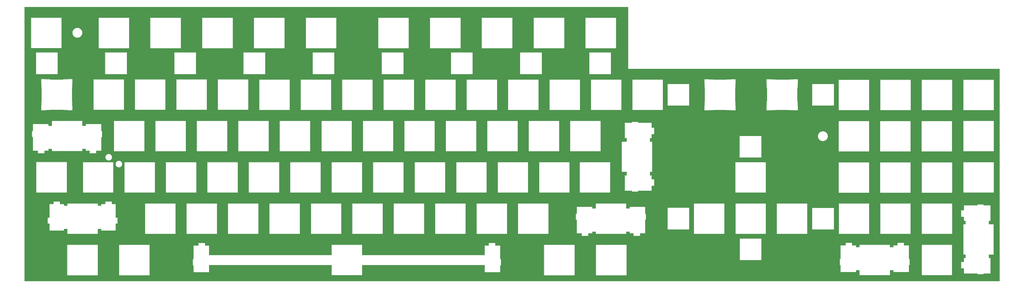
<source format=gtl>
%TF.GenerationSoftware,KiCad,Pcbnew,9.0.1*%
%TF.CreationDate,2026-01-03T11:04:56+01:00*%
%TF.ProjectId,A500KBPlate,41353030-4b42-4506-9c61-74652e6b6963,rev?*%
%TF.SameCoordinates,Original*%
%TF.FileFunction,Copper,L1,Top*%
%TF.FilePolarity,Positive*%
%FSLAX46Y46*%
G04 Gerber Fmt 4.6, Leading zero omitted, Abs format (unit mm)*
G04 Created by KiCad (PCBNEW 9.0.1) date 2026-01-03 11:04:56*
%MOMM*%
%LPD*%
G01*
G04 APERTURE LIST*
%TA.AperFunction,Profile*%
%ADD10C,0.050000*%
%TD*%
%TA.AperFunction,Profile*%
%ADD11C,0.120000*%
%TD*%
%TA.AperFunction,Profile*%
%ADD12C,0.100000*%
%TD*%
G04 APERTURE END LIST*
%TA.AperFunction,NonConductor*%
G36*
X302811621Y-234265502D02*
G01*
X302858114Y-234319158D01*
X302869500Y-234371500D01*
X302869500Y-262805563D01*
X302884436Y-262820499D01*
X302884438Y-262820500D01*
X302905562Y-262820500D01*
X473558500Y-262820500D01*
X473626621Y-262840502D01*
X473673114Y-262894158D01*
X473684500Y-262946500D01*
X473684500Y-360528500D01*
X473664498Y-360596621D01*
X473610842Y-360643114D01*
X473558500Y-360654500D01*
X25551500Y-360654500D01*
X25483379Y-360634498D01*
X25436886Y-360580842D01*
X25425500Y-360528500D01*
X25425500Y-343938236D01*
X45015700Y-343938236D01*
X45015700Y-358059363D01*
X45030636Y-358074299D01*
X45030638Y-358074300D01*
X59151762Y-358074300D01*
X59166700Y-358059362D01*
X59166700Y-343938237D01*
X59151763Y-343923300D01*
X59151762Y-343923300D01*
X45051762Y-343923300D01*
X45030638Y-343923300D01*
X45030636Y-343923300D01*
X45015700Y-343938236D01*
X25425500Y-343938236D01*
X25425500Y-343916636D01*
X68819700Y-343916636D01*
X68819700Y-358037763D01*
X68834636Y-358052699D01*
X68834638Y-358052700D01*
X82955762Y-358052700D01*
X82970700Y-358037762D01*
X82970700Y-350521236D01*
X102693500Y-350521236D01*
X102693500Y-353342363D01*
X102708436Y-353357299D01*
X102708438Y-353357300D01*
X102942500Y-353357300D01*
X103010621Y-353377302D01*
X103057114Y-353430958D01*
X103068500Y-353483300D01*
X103068500Y-356572363D01*
X103083436Y-356587299D01*
X103083438Y-356587300D01*
X110254562Y-356587300D01*
X110269500Y-356572362D01*
X110269500Y-353403300D01*
X110289502Y-353335179D01*
X110343158Y-353288686D01*
X110395500Y-353277300D01*
X166457500Y-353277300D01*
X166525621Y-353297302D01*
X166572114Y-353350958D01*
X166583500Y-353403300D01*
X166583500Y-357962363D01*
X166598436Y-357977299D01*
X166598438Y-357977300D01*
X180619562Y-357977300D01*
X180634500Y-357962362D01*
X180634500Y-353403300D01*
X180654502Y-353335179D01*
X180708158Y-353288686D01*
X180760500Y-353277300D01*
X236822500Y-353277300D01*
X236890621Y-353297302D01*
X236937114Y-353350958D01*
X236948500Y-353403300D01*
X236948500Y-356572363D01*
X236963436Y-356587299D01*
X236963438Y-356587300D01*
X244134562Y-356587300D01*
X244149500Y-356572362D01*
X244149500Y-353483300D01*
X244169502Y-353415179D01*
X244223158Y-353368686D01*
X244275500Y-353357300D01*
X244509562Y-353357300D01*
X244524500Y-353342362D01*
X244524500Y-350521238D01*
X244524499Y-350521236D01*
X244509563Y-350506300D01*
X244509562Y-350506300D01*
X244275500Y-350506300D01*
X244207379Y-350486298D01*
X244160886Y-350432642D01*
X244149500Y-350380300D01*
X244149500Y-344251238D01*
X244149499Y-344251236D01*
X244134563Y-344236300D01*
X244134562Y-344236300D01*
X241950500Y-344236300D01*
X241941674Y-344233708D01*
X241932568Y-344235018D01*
X241908142Y-344223862D01*
X241882379Y-344216298D01*
X241876354Y-344209344D01*
X241867988Y-344205524D01*
X241853473Y-344182938D01*
X241835886Y-344162642D01*
X241833561Y-344151955D01*
X241829604Y-344145798D01*
X241824500Y-344110300D01*
X241824500Y-343887436D01*
X264226100Y-343887436D01*
X264226100Y-358008563D01*
X264241036Y-358023499D01*
X264241038Y-358023500D01*
X278362162Y-358023500D01*
X278377100Y-358008562D01*
X278377100Y-343887438D01*
X278377099Y-343887436D01*
X288102100Y-343887436D01*
X288102100Y-358008563D01*
X288117036Y-358023499D01*
X288117038Y-358023500D01*
X302238162Y-358023500D01*
X302253100Y-358008562D01*
X302253100Y-343887438D01*
X302253099Y-343887436D01*
X302238163Y-343872500D01*
X302238162Y-343872500D01*
X288138162Y-343872500D01*
X288117038Y-343872500D01*
X288117036Y-343872500D01*
X288102100Y-343887436D01*
X278377099Y-343887436D01*
X278362163Y-343872500D01*
X278362162Y-343872500D01*
X264262162Y-343872500D01*
X264241038Y-343872500D01*
X264241036Y-343872500D01*
X264226100Y-343887436D01*
X241824500Y-343887436D01*
X241824500Y-343051238D01*
X241824499Y-343051236D01*
X241809563Y-343036300D01*
X241809562Y-343036300D01*
X238809562Y-343036300D01*
X238788438Y-343036300D01*
X238788436Y-343036300D01*
X238773500Y-343051236D01*
X238773500Y-344110300D01*
X238753498Y-344178421D01*
X238699842Y-344224914D01*
X238647500Y-344236300D01*
X236963436Y-344236300D01*
X236948500Y-344251236D01*
X236948500Y-348500300D01*
X236928498Y-348568421D01*
X236874842Y-348614914D01*
X236822500Y-348626300D01*
X180760500Y-348626300D01*
X180692379Y-348606298D01*
X180645886Y-348552642D01*
X180634500Y-348500300D01*
X180634500Y-343941238D01*
X180634499Y-343941236D01*
X180619563Y-343926300D01*
X180619562Y-343926300D01*
X166619562Y-343926300D01*
X166598438Y-343926300D01*
X166598436Y-343926300D01*
X166583500Y-343941236D01*
X166583500Y-348500300D01*
X166563498Y-348568421D01*
X166509842Y-348614914D01*
X166457500Y-348626300D01*
X110395500Y-348626300D01*
X110327379Y-348606298D01*
X110280886Y-348552642D01*
X110269500Y-348500300D01*
X110269500Y-344251238D01*
X110269499Y-344251236D01*
X110254563Y-344236300D01*
X110254562Y-344236300D01*
X108570500Y-344236300D01*
X108502379Y-344216298D01*
X108455886Y-344162642D01*
X108444500Y-344110300D01*
X108444500Y-343051238D01*
X108444499Y-343051236D01*
X108429563Y-343036300D01*
X108429562Y-343036300D01*
X105429562Y-343036300D01*
X105408438Y-343036300D01*
X105408436Y-343036300D01*
X105393500Y-343051236D01*
X105393500Y-344110300D01*
X105373498Y-344178421D01*
X105319842Y-344224914D01*
X105267500Y-344236300D01*
X103083436Y-344236300D01*
X103068500Y-344251236D01*
X103068500Y-350380300D01*
X103048498Y-350448421D01*
X102994842Y-350494914D01*
X102942500Y-350506300D01*
X102708436Y-350506300D01*
X102693500Y-350521236D01*
X82970700Y-350521236D01*
X82970700Y-343916638D01*
X82970699Y-343916636D01*
X82955763Y-343901700D01*
X82955762Y-343901700D01*
X68855762Y-343901700D01*
X68834638Y-343901700D01*
X68834636Y-343901700D01*
X68819700Y-343916636D01*
X25425500Y-343916636D01*
X25425500Y-340989436D01*
X354174500Y-340989436D01*
X354174500Y-351010563D01*
X354189436Y-351025499D01*
X354189438Y-351025500D01*
X364210562Y-351025500D01*
X364225500Y-351010562D01*
X364225500Y-350441236D01*
X400148750Y-350441236D01*
X400148750Y-353262363D01*
X400163686Y-353277299D01*
X400163688Y-353277300D01*
X400397750Y-353277300D01*
X400465871Y-353297302D01*
X400512364Y-353350958D01*
X400523750Y-353403300D01*
X400523750Y-356492363D01*
X400538686Y-356507299D01*
X400538688Y-356507300D01*
X407709812Y-356507300D01*
X407724750Y-356492362D01*
X407724750Y-355833300D01*
X407744752Y-355765179D01*
X407798408Y-355718686D01*
X407850750Y-355707300D01*
X409122750Y-355707300D01*
X409190871Y-355727302D01*
X409237364Y-355780958D01*
X409248750Y-355833300D01*
X409248750Y-357962363D01*
X409263686Y-357977299D01*
X409263688Y-357977300D01*
X423284812Y-357977300D01*
X423299750Y-357962362D01*
X423299750Y-355833300D01*
X423319752Y-355765179D01*
X423373408Y-355718686D01*
X423425750Y-355707300D01*
X424697750Y-355707300D01*
X424765871Y-355727302D01*
X424812364Y-355780958D01*
X424823750Y-355833300D01*
X424823750Y-356492363D01*
X424838686Y-356507299D01*
X424838688Y-356507300D01*
X432009812Y-356507300D01*
X432024750Y-356492362D01*
X432024750Y-353403300D01*
X432044752Y-353335179D01*
X432098408Y-353288686D01*
X432150750Y-353277300D01*
X432384812Y-353277300D01*
X432399750Y-353262362D01*
X432399750Y-350441238D01*
X432399749Y-350441236D01*
X432384813Y-350426300D01*
X432384812Y-350426300D01*
X432150750Y-350426300D01*
X432082629Y-350406298D01*
X432036136Y-350352642D01*
X432024750Y-350300300D01*
X432024750Y-344171238D01*
X432024749Y-344171236D01*
X432009813Y-344156300D01*
X432009812Y-344156300D01*
X429825750Y-344156300D01*
X429816924Y-344153708D01*
X429807818Y-344155018D01*
X429783392Y-344143862D01*
X429757629Y-344136298D01*
X429751604Y-344129344D01*
X429743238Y-344125524D01*
X429728723Y-344102938D01*
X429711136Y-344082642D01*
X429708811Y-344071955D01*
X429704854Y-344065798D01*
X429699750Y-344030300D01*
X429699750Y-343927436D01*
X437798900Y-343927436D01*
X437798900Y-357968563D01*
X437813836Y-357983499D01*
X437813838Y-357983500D01*
X451854962Y-357983500D01*
X451869900Y-357968562D01*
X451869900Y-343927438D01*
X451869899Y-343927436D01*
X451854963Y-343912500D01*
X451854962Y-343912500D01*
X437834962Y-343912500D01*
X437813838Y-343912500D01*
X437813836Y-343912500D01*
X437798900Y-343927436D01*
X429699750Y-343927436D01*
X429699750Y-342971238D01*
X429699749Y-342971236D01*
X429684813Y-342956300D01*
X429684812Y-342956300D01*
X426684812Y-342956300D01*
X426663688Y-342956300D01*
X426663686Y-342956300D01*
X426648750Y-342971236D01*
X426648750Y-344030300D01*
X426628748Y-344098421D01*
X426575092Y-344144914D01*
X426522750Y-344156300D01*
X424838686Y-344156300D01*
X424823750Y-344171236D01*
X424823750Y-344830300D01*
X424803748Y-344898421D01*
X424750092Y-344944914D01*
X424697750Y-344956300D01*
X423425750Y-344956300D01*
X423357629Y-344936298D01*
X423311136Y-344882642D01*
X423299750Y-344830300D01*
X423299750Y-343941238D01*
X423299749Y-343941236D01*
X423284813Y-343926300D01*
X423284812Y-343926300D01*
X409284812Y-343926300D01*
X409263688Y-343926300D01*
X409263686Y-343926300D01*
X409248750Y-343941236D01*
X409248750Y-344830300D01*
X409228748Y-344898421D01*
X409175092Y-344944914D01*
X409122750Y-344956300D01*
X407850750Y-344956300D01*
X407782629Y-344936298D01*
X407736136Y-344882642D01*
X407724750Y-344830300D01*
X407724750Y-344171238D01*
X407724749Y-344171236D01*
X407709813Y-344156300D01*
X407709812Y-344156300D01*
X406025750Y-344156300D01*
X405957629Y-344136298D01*
X405911136Y-344082642D01*
X405899750Y-344030300D01*
X405899750Y-342971238D01*
X405899749Y-342971236D01*
X405884813Y-342956300D01*
X405884812Y-342956300D01*
X402884812Y-342956300D01*
X402863688Y-342956300D01*
X402863686Y-342956300D01*
X402848750Y-342971236D01*
X402848750Y-344030300D01*
X402828748Y-344098421D01*
X402775092Y-344144914D01*
X402722750Y-344156300D01*
X400538686Y-344156300D01*
X400523750Y-344171236D01*
X400523750Y-350300300D01*
X400503748Y-350368421D01*
X400450092Y-350414914D01*
X400397750Y-350426300D01*
X400163686Y-350426300D01*
X400148750Y-350441236D01*
X364225500Y-350441236D01*
X364225500Y-340989438D01*
X364225499Y-340989436D01*
X364210563Y-340974500D01*
X364210562Y-340974500D01*
X354210562Y-340974500D01*
X354189438Y-340974500D01*
X354189436Y-340974500D01*
X354174500Y-340989436D01*
X25425500Y-340989436D01*
X25425500Y-331365836D01*
X35994500Y-331365836D01*
X35994500Y-334186963D01*
X36009436Y-334201899D01*
X36009438Y-334201900D01*
X36743500Y-334201900D01*
X36811621Y-334221902D01*
X36858114Y-334275558D01*
X36869500Y-334327900D01*
X36869500Y-337416963D01*
X36884436Y-337431899D01*
X36884438Y-337431900D01*
X43555562Y-337431900D01*
X43570500Y-337416962D01*
X43570500Y-336757900D01*
X43590502Y-336689779D01*
X43644158Y-336643286D01*
X43696500Y-336631900D01*
X44968500Y-336631900D01*
X45036621Y-336651902D01*
X45083114Y-336705558D01*
X45094500Y-336757900D01*
X45094500Y-338886963D01*
X45109436Y-338901899D01*
X45109438Y-338901900D01*
X59130562Y-338901900D01*
X59145500Y-338886962D01*
X59145500Y-336757900D01*
X59165502Y-336689779D01*
X59219158Y-336643286D01*
X59271500Y-336631900D01*
X60543500Y-336631900D01*
X60611621Y-336651902D01*
X60658114Y-336705558D01*
X60669500Y-336757900D01*
X60669500Y-337416963D01*
X60684436Y-337431899D01*
X60684438Y-337431900D01*
X67355562Y-337431900D01*
X67370500Y-337416962D01*
X67370500Y-334327900D01*
X67390502Y-334259779D01*
X67444158Y-334213286D01*
X67496500Y-334201900D01*
X68230562Y-334201900D01*
X68245500Y-334186962D01*
X68245500Y-331365838D01*
X68245499Y-331365836D01*
X68230563Y-331350900D01*
X68230562Y-331350900D01*
X67496500Y-331350900D01*
X67428379Y-331330898D01*
X67381886Y-331277242D01*
X67370500Y-331224900D01*
X67370500Y-325095838D01*
X67370499Y-325095836D01*
X67355563Y-325080900D01*
X67355562Y-325080900D01*
X65671500Y-325080900D01*
X65662674Y-325078308D01*
X65653568Y-325079618D01*
X65629142Y-325068462D01*
X65603379Y-325060898D01*
X65597354Y-325053944D01*
X65588988Y-325050124D01*
X65574473Y-325027538D01*
X65556886Y-325007242D01*
X65554561Y-324996555D01*
X65550604Y-324990398D01*
X65545500Y-324954900D01*
X65545500Y-324855836D01*
X80797700Y-324855836D01*
X80797700Y-338896963D01*
X80812636Y-338911899D01*
X80812638Y-338911900D01*
X94853762Y-338911900D01*
X94868700Y-338896962D01*
X94868700Y-324855838D01*
X94868699Y-324855836D01*
X99847700Y-324855836D01*
X99847700Y-338896963D01*
X99862636Y-338911899D01*
X99862638Y-338911900D01*
X113903762Y-338911900D01*
X113918700Y-338896962D01*
X113918700Y-324855838D01*
X113918699Y-324855836D01*
X118897700Y-324855836D01*
X118897700Y-338896963D01*
X118912636Y-338911899D01*
X118912638Y-338911900D01*
X132953762Y-338911900D01*
X132968700Y-338896962D01*
X132968700Y-324855838D01*
X132968699Y-324855836D01*
X137947700Y-324855836D01*
X137947700Y-338896963D01*
X137962636Y-338911899D01*
X137962638Y-338911900D01*
X152003762Y-338911900D01*
X152018700Y-338896962D01*
X152018700Y-324855838D01*
X152018699Y-324855836D01*
X157048500Y-324855836D01*
X157048500Y-338896963D01*
X157063436Y-338911899D01*
X157063438Y-338911900D01*
X171104562Y-338911900D01*
X171119500Y-338896962D01*
X171119500Y-324855838D01*
X171119499Y-324855836D01*
X176077300Y-324855836D01*
X176077300Y-338896963D01*
X176092236Y-338911899D01*
X176092238Y-338911900D01*
X190133362Y-338911900D01*
X190148300Y-338896962D01*
X190148300Y-324855838D01*
X190148299Y-324855836D01*
X195097700Y-324855836D01*
X195097700Y-338896963D01*
X195112636Y-338911899D01*
X195112638Y-338911900D01*
X209153762Y-338911900D01*
X209168700Y-338896962D01*
X209168700Y-324855838D01*
X209168699Y-324855836D01*
X214147700Y-324855836D01*
X214147700Y-338896963D01*
X214162636Y-338911899D01*
X214162638Y-338911900D01*
X228203762Y-338911900D01*
X228218700Y-338896962D01*
X228218700Y-324855838D01*
X228218699Y-324855836D01*
X233197700Y-324855836D01*
X233197700Y-338896963D01*
X233212636Y-338911899D01*
X233212638Y-338911900D01*
X247253762Y-338911900D01*
X247268700Y-338896962D01*
X247268700Y-324855838D01*
X247268699Y-324855836D01*
X252247700Y-324855836D01*
X252247700Y-338896963D01*
X252262636Y-338911899D01*
X252262638Y-338911900D01*
X266303762Y-338911900D01*
X266318700Y-338896962D01*
X266318700Y-329565836D01*
X278870100Y-329565836D01*
X278870100Y-332386963D01*
X278885036Y-332401899D01*
X278885038Y-332401900D01*
X279119100Y-332401900D01*
X279187221Y-332421902D01*
X279233714Y-332475558D01*
X279245100Y-332527900D01*
X279245100Y-338656963D01*
X279260036Y-338671899D01*
X279260038Y-338671900D01*
X281444100Y-338671900D01*
X281512221Y-338691902D01*
X281558714Y-338745558D01*
X281570100Y-338797900D01*
X281570100Y-339856963D01*
X281585036Y-339871899D01*
X281585038Y-339871900D01*
X284606162Y-339871900D01*
X284621100Y-339856962D01*
X284621100Y-338797900D01*
X284641102Y-338729779D01*
X284694758Y-338683286D01*
X284747100Y-338671900D01*
X286431162Y-338671900D01*
X286446100Y-338656962D01*
X286446100Y-337997900D01*
X286466102Y-337929779D01*
X286519758Y-337883286D01*
X286572100Y-337871900D01*
X287844100Y-337871900D01*
X287912221Y-337891902D01*
X287958714Y-337945558D01*
X287970100Y-337997900D01*
X287970100Y-338886963D01*
X287985036Y-338901899D01*
X287985038Y-338901900D01*
X302006162Y-338901900D01*
X302021100Y-338886962D01*
X302021100Y-337997900D01*
X302041102Y-337929779D01*
X302094758Y-337883286D01*
X302147100Y-337871900D01*
X303419100Y-337871900D01*
X303487221Y-337891902D01*
X303533714Y-337945558D01*
X303545100Y-337997900D01*
X303545100Y-338656963D01*
X303560036Y-338671899D01*
X303560038Y-338671900D01*
X305244100Y-338671900D01*
X305312221Y-338691902D01*
X305358714Y-338745558D01*
X305370100Y-338797900D01*
X305370100Y-339856963D01*
X305385036Y-339871899D01*
X305385038Y-339871900D01*
X308406162Y-339871900D01*
X308421100Y-339856962D01*
X308421100Y-338797900D01*
X308441102Y-338729779D01*
X308494758Y-338683286D01*
X308547100Y-338671900D01*
X310731162Y-338671900D01*
X310746100Y-338656962D01*
X310746100Y-332527900D01*
X310766102Y-332459779D01*
X310819758Y-332413286D01*
X310872100Y-332401900D01*
X311106162Y-332401900D01*
X311121100Y-332386962D01*
X311121100Y-329565838D01*
X311121099Y-329565836D01*
X311106163Y-329550900D01*
X311106162Y-329550900D01*
X310872100Y-329550900D01*
X310803979Y-329530898D01*
X310757486Y-329477242D01*
X310746100Y-329424900D01*
X310746100Y-326839436D01*
X320974500Y-326839436D01*
X320974500Y-336860563D01*
X320989436Y-336875499D01*
X320989438Y-336875500D01*
X331010562Y-336875500D01*
X331025500Y-336860562D01*
X331025500Y-326839438D01*
X331025499Y-326839436D01*
X331010563Y-326824500D01*
X331010562Y-326824500D01*
X321010562Y-326824500D01*
X320989438Y-326824500D01*
X320989436Y-326824500D01*
X320974500Y-326839436D01*
X310746100Y-326839436D01*
X310746100Y-326335838D01*
X310746099Y-326335836D01*
X310731163Y-326320900D01*
X310731162Y-326320900D01*
X303581162Y-326320900D01*
X303560038Y-326320900D01*
X303560036Y-326320900D01*
X303545100Y-326335836D01*
X303545100Y-326994900D01*
X303525098Y-327063021D01*
X303471442Y-327109514D01*
X303419100Y-327120900D01*
X302147100Y-327120900D01*
X302078979Y-327100898D01*
X302032486Y-327047242D01*
X302021100Y-326994900D01*
X302021100Y-324865837D01*
X302011099Y-324855836D01*
X333121300Y-324855836D01*
X333121300Y-338896963D01*
X333136236Y-338911899D01*
X333136238Y-338911900D01*
X347177362Y-338911900D01*
X347192300Y-338896962D01*
X347192300Y-324855838D01*
X347192299Y-324855836D01*
X352200900Y-324855836D01*
X352200900Y-338896963D01*
X352215836Y-338911899D01*
X352215838Y-338911900D01*
X366256962Y-338911900D01*
X366271900Y-338896962D01*
X366271900Y-324855838D01*
X366271899Y-324855836D01*
X371221300Y-324855836D01*
X371221300Y-338896963D01*
X371236236Y-338911899D01*
X371236238Y-338911900D01*
X385277362Y-338911900D01*
X385292300Y-338896962D01*
X385292300Y-326865836D01*
X387474500Y-326865836D01*
X387474500Y-336886963D01*
X387489436Y-336901899D01*
X387489438Y-336901900D01*
X397510562Y-336901900D01*
X397525500Y-336886962D01*
X397525500Y-326865838D01*
X397525499Y-326865836D01*
X397510563Y-326850900D01*
X397510562Y-326850900D01*
X387510562Y-326850900D01*
X387489438Y-326850900D01*
X387489436Y-326850900D01*
X387474500Y-326865836D01*
X385292300Y-326865836D01*
X385292300Y-324877436D01*
X399698900Y-324877436D01*
X399698900Y-338918563D01*
X399713836Y-338933499D01*
X399713838Y-338933500D01*
X413754962Y-338933500D01*
X413769900Y-338918562D01*
X413769900Y-324877438D01*
X413769899Y-324877436D01*
X418748900Y-324877436D01*
X418748900Y-338918563D01*
X418763836Y-338933499D01*
X418763838Y-338933500D01*
X432804962Y-338933500D01*
X432819900Y-338918562D01*
X432819900Y-324877437D01*
X432804963Y-324862500D01*
X432804962Y-324862500D01*
X418784962Y-324862500D01*
X418763838Y-324862500D01*
X418763836Y-324862500D01*
X418748900Y-324877436D01*
X413769899Y-324877436D01*
X413754963Y-324862500D01*
X413754962Y-324862500D01*
X399734962Y-324862500D01*
X399713838Y-324862500D01*
X399713836Y-324862500D01*
X399698900Y-324877436D01*
X385292300Y-324877436D01*
X385292300Y-324855838D01*
X385292299Y-324855836D01*
X437820100Y-324855836D01*
X437820100Y-338896963D01*
X437835036Y-338911899D01*
X437835038Y-338911900D01*
X451876162Y-338911900D01*
X451891100Y-338896962D01*
X451891100Y-328016236D01*
X455986300Y-328016236D01*
X455986300Y-331037363D01*
X456001236Y-331052299D01*
X456001238Y-331052300D01*
X457060300Y-331052300D01*
X457128421Y-331072302D01*
X457174914Y-331125958D01*
X457186300Y-331178300D01*
X457186300Y-332862363D01*
X457201236Y-332877299D01*
X457201238Y-332877300D01*
X457860300Y-332877300D01*
X457928421Y-332897302D01*
X457974914Y-332950958D01*
X457986300Y-333003300D01*
X457986300Y-334275300D01*
X457966298Y-334343421D01*
X457912642Y-334389914D01*
X457860300Y-334401300D01*
X456971236Y-334401300D01*
X456956300Y-334416236D01*
X456956300Y-348437363D01*
X456971236Y-348452299D01*
X456971238Y-348452300D01*
X457860300Y-348452300D01*
X457928421Y-348472302D01*
X457974914Y-348525958D01*
X457986300Y-348578300D01*
X457986300Y-349850300D01*
X457966298Y-349918421D01*
X457912642Y-349964914D01*
X457860300Y-349976300D01*
X457201236Y-349976300D01*
X457186300Y-349991236D01*
X457186300Y-351675300D01*
X457166298Y-351743421D01*
X457112642Y-351789914D01*
X457060300Y-351801300D01*
X456001236Y-351801300D01*
X455986300Y-351816236D01*
X455986300Y-354837363D01*
X456001236Y-354852299D01*
X456001238Y-354852300D01*
X457060300Y-354852300D01*
X457128421Y-354872302D01*
X457174914Y-354925958D01*
X457186300Y-354978300D01*
X457186300Y-357162363D01*
X457201236Y-357177299D01*
X457201238Y-357177300D01*
X463330300Y-357177300D01*
X463398421Y-357197302D01*
X463444914Y-357250958D01*
X463456300Y-357303300D01*
X463456300Y-357537363D01*
X463471236Y-357552299D01*
X463471238Y-357552300D01*
X466292362Y-357552300D01*
X466307300Y-357537362D01*
X466307300Y-357303300D01*
X466327302Y-357235179D01*
X466380958Y-357188686D01*
X466433300Y-357177300D01*
X469522362Y-357177300D01*
X469537300Y-357162362D01*
X469537300Y-349991238D01*
X469537299Y-349991236D01*
X469522363Y-349976300D01*
X469522362Y-349976300D01*
X468863300Y-349976300D01*
X468795179Y-349956298D01*
X468748686Y-349902642D01*
X468737300Y-349850300D01*
X468737300Y-348578300D01*
X468757302Y-348510179D01*
X468810958Y-348463686D01*
X468863300Y-348452300D01*
X470992362Y-348452300D01*
X471007300Y-348437362D01*
X471007300Y-334416238D01*
X471007299Y-334416236D01*
X470992363Y-334401300D01*
X470992362Y-334401300D01*
X468863300Y-334401300D01*
X468795179Y-334381298D01*
X468748686Y-334327642D01*
X468737300Y-334275300D01*
X468737300Y-333003300D01*
X468757302Y-332935179D01*
X468810958Y-332888686D01*
X468863300Y-332877300D01*
X469522362Y-332877300D01*
X469537300Y-332862362D01*
X469537300Y-325691238D01*
X469537299Y-325691236D01*
X469522363Y-325676300D01*
X469522362Y-325676300D01*
X466433300Y-325676300D01*
X466365179Y-325656298D01*
X466318686Y-325602642D01*
X466307300Y-325550300D01*
X466307300Y-325316238D01*
X466307299Y-325316236D01*
X466292363Y-325301300D01*
X466292362Y-325301300D01*
X463492362Y-325301300D01*
X463471238Y-325301300D01*
X463471236Y-325301300D01*
X463456300Y-325316236D01*
X463456300Y-325550300D01*
X463436298Y-325618421D01*
X463382642Y-325664914D01*
X463330300Y-325676300D01*
X457201236Y-325676300D01*
X457186300Y-325691236D01*
X457186300Y-327875300D01*
X457166298Y-327943421D01*
X457112642Y-327989914D01*
X457060300Y-328001300D01*
X456001236Y-328001300D01*
X455986300Y-328016236D01*
X451891100Y-328016236D01*
X451891100Y-324855838D01*
X451891099Y-324855836D01*
X451876163Y-324840900D01*
X451876162Y-324840900D01*
X437856162Y-324840900D01*
X437835038Y-324840900D01*
X437835036Y-324840900D01*
X437820100Y-324855836D01*
X385292299Y-324855836D01*
X385277363Y-324840900D01*
X385277362Y-324840900D01*
X371257362Y-324840900D01*
X371236238Y-324840900D01*
X371236236Y-324840900D01*
X371221300Y-324855836D01*
X366271899Y-324855836D01*
X366256963Y-324840900D01*
X366256962Y-324840900D01*
X352236962Y-324840900D01*
X352215838Y-324840900D01*
X352215836Y-324840900D01*
X352200900Y-324855836D01*
X347192299Y-324855836D01*
X347177363Y-324840900D01*
X347177362Y-324840900D01*
X333157362Y-324840900D01*
X333136238Y-324840900D01*
X333136236Y-324840900D01*
X333121300Y-324855836D01*
X302011099Y-324855836D01*
X302006163Y-324850900D01*
X302006162Y-324850900D01*
X288006162Y-324850900D01*
X287985038Y-324850900D01*
X287985036Y-324850900D01*
X287970100Y-324865836D01*
X287970100Y-326994900D01*
X287950098Y-327063021D01*
X287896442Y-327109514D01*
X287844100Y-327120900D01*
X286572100Y-327120900D01*
X286503979Y-327100898D01*
X286457486Y-327047242D01*
X286446100Y-326994900D01*
X286446100Y-326335838D01*
X286446099Y-326335836D01*
X286431163Y-326320900D01*
X286431162Y-326320900D01*
X279281162Y-326320900D01*
X279260038Y-326320900D01*
X279260036Y-326320900D01*
X279245100Y-326335836D01*
X279245100Y-329424900D01*
X279225098Y-329493021D01*
X279171442Y-329539514D01*
X279119100Y-329550900D01*
X278885036Y-329550900D01*
X278870100Y-329565836D01*
X266318700Y-329565836D01*
X266318700Y-324855838D01*
X266318699Y-324855836D01*
X266303763Y-324840900D01*
X266303762Y-324840900D01*
X252283762Y-324840900D01*
X252262638Y-324840900D01*
X252262636Y-324840900D01*
X252247700Y-324855836D01*
X247268699Y-324855836D01*
X247253763Y-324840900D01*
X247253762Y-324840900D01*
X233233762Y-324840900D01*
X233212638Y-324840900D01*
X233212636Y-324840900D01*
X233197700Y-324855836D01*
X228218699Y-324855836D01*
X228203763Y-324840900D01*
X228203762Y-324840900D01*
X214183762Y-324840900D01*
X214162638Y-324840900D01*
X214162636Y-324840900D01*
X214147700Y-324855836D01*
X209168699Y-324855836D01*
X209153763Y-324840900D01*
X209153762Y-324840900D01*
X195133762Y-324840900D01*
X195112638Y-324840900D01*
X195112636Y-324840900D01*
X195097700Y-324855836D01*
X190148299Y-324855836D01*
X190133363Y-324840900D01*
X190133362Y-324840900D01*
X176113362Y-324840900D01*
X176092238Y-324840900D01*
X176092236Y-324840900D01*
X176077300Y-324855836D01*
X171119499Y-324855836D01*
X171104563Y-324840900D01*
X171104562Y-324840900D01*
X157084562Y-324840900D01*
X157063438Y-324840900D01*
X157063436Y-324840900D01*
X157048500Y-324855836D01*
X152018699Y-324855836D01*
X152003763Y-324840900D01*
X152003762Y-324840900D01*
X137983762Y-324840900D01*
X137962638Y-324840900D01*
X137962636Y-324840900D01*
X137947700Y-324855836D01*
X132968699Y-324855836D01*
X132953763Y-324840900D01*
X132953762Y-324840900D01*
X118933762Y-324840900D01*
X118912638Y-324840900D01*
X118912636Y-324840900D01*
X118897700Y-324855836D01*
X113918699Y-324855836D01*
X113903763Y-324840900D01*
X113903762Y-324840900D01*
X99883762Y-324840900D01*
X99862638Y-324840900D01*
X99862636Y-324840900D01*
X99847700Y-324855836D01*
X94868699Y-324855836D01*
X94853763Y-324840900D01*
X94853762Y-324840900D01*
X80833762Y-324840900D01*
X80812638Y-324840900D01*
X80812636Y-324840900D01*
X80797700Y-324855836D01*
X65545500Y-324855836D01*
X65545500Y-323895838D01*
X65545499Y-323895836D01*
X65530563Y-323880900D01*
X65530562Y-323880900D01*
X62530562Y-323880900D01*
X62509438Y-323880900D01*
X62509436Y-323880900D01*
X62494500Y-323895836D01*
X62494500Y-324954900D01*
X62474498Y-325023021D01*
X62420842Y-325069514D01*
X62368500Y-325080900D01*
X60684436Y-325080900D01*
X60669500Y-325095836D01*
X60669500Y-325754900D01*
X60649498Y-325823021D01*
X60595842Y-325869514D01*
X60543500Y-325880900D01*
X59271500Y-325880900D01*
X59203379Y-325860898D01*
X59156886Y-325807242D01*
X59145500Y-325754900D01*
X59145500Y-324865838D01*
X59145499Y-324865836D01*
X59130563Y-324850900D01*
X59130562Y-324850900D01*
X45130562Y-324850900D01*
X45109438Y-324850900D01*
X45109436Y-324850900D01*
X45094500Y-324865836D01*
X45094500Y-325754900D01*
X45074498Y-325823021D01*
X45020842Y-325869514D01*
X44968500Y-325880900D01*
X43696500Y-325880900D01*
X43628379Y-325860898D01*
X43581886Y-325807242D01*
X43570500Y-325754900D01*
X43570500Y-325095838D01*
X43570499Y-325095836D01*
X43555563Y-325080900D01*
X43555562Y-325080900D01*
X41871500Y-325080900D01*
X41803379Y-325060898D01*
X41756886Y-325007242D01*
X41745500Y-324954900D01*
X41745500Y-323895838D01*
X41745499Y-323895836D01*
X41730563Y-323880900D01*
X41730562Y-323880900D01*
X38730562Y-323880900D01*
X38709438Y-323880900D01*
X38709436Y-323880900D01*
X38694500Y-323895836D01*
X38694500Y-324954900D01*
X38674498Y-325023021D01*
X38620842Y-325069514D01*
X38568500Y-325080900D01*
X36884436Y-325080900D01*
X36869500Y-325095836D01*
X36869500Y-331224900D01*
X36849498Y-331293021D01*
X36795842Y-331339514D01*
X36743500Y-331350900D01*
X36009436Y-331350900D01*
X35994500Y-331365836D01*
X25425500Y-331365836D01*
X25425500Y-305736636D01*
X30749300Y-305736636D01*
X30749300Y-319857763D01*
X30764236Y-319872699D01*
X30764238Y-319872700D01*
X44885362Y-319872700D01*
X44900300Y-319857762D01*
X44900300Y-305776636D01*
X52226900Y-305776636D01*
X52226900Y-319817763D01*
X52241836Y-319832699D01*
X52241838Y-319832700D01*
X66282962Y-319832700D01*
X66297900Y-319817762D01*
X66297900Y-306586908D01*
X67333500Y-306586908D01*
X67333500Y-306823092D01*
X67370447Y-307056368D01*
X67443432Y-307280992D01*
X67443433Y-307280993D01*
X67550659Y-307491436D01*
X67689484Y-307682512D01*
X67856487Y-307849515D01*
X67856490Y-307849517D01*
X68047567Y-307988343D01*
X68258008Y-308095568D01*
X68482632Y-308168553D01*
X68715908Y-308205500D01*
X68715911Y-308205500D01*
X68952089Y-308205500D01*
X68952092Y-308205500D01*
X69185368Y-308168553D01*
X69409992Y-308095568D01*
X69620433Y-307988343D01*
X69811510Y-307849517D01*
X69978517Y-307682510D01*
X70117343Y-307491433D01*
X70224568Y-307280992D01*
X70297553Y-307056368D01*
X70334500Y-306823092D01*
X70334500Y-306586908D01*
X70297553Y-306353632D01*
X70224568Y-306129008D01*
X70117343Y-305918567D01*
X70108989Y-305907069D01*
X70071040Y-305854836D01*
X70035439Y-305805836D01*
X71298100Y-305805836D01*
X71298100Y-319846963D01*
X71313036Y-319861899D01*
X71313038Y-319861900D01*
X85354162Y-319861900D01*
X85369100Y-319846962D01*
X85369100Y-305805838D01*
X85369099Y-305805836D01*
X90348100Y-305805836D01*
X90348100Y-319846963D01*
X90363036Y-319861899D01*
X90363038Y-319861900D01*
X104404162Y-319861900D01*
X104419100Y-319846962D01*
X104419100Y-305827436D01*
X109419300Y-305827436D01*
X109419300Y-319868563D01*
X109434236Y-319883499D01*
X109434238Y-319883500D01*
X123475362Y-319883500D01*
X123490300Y-319868562D01*
X123490300Y-305827438D01*
X123490299Y-305827436D01*
X128498900Y-305827436D01*
X128498900Y-319868563D01*
X128513836Y-319883499D01*
X128513838Y-319883500D01*
X142554962Y-319883500D01*
X142569900Y-319868562D01*
X142569900Y-305827438D01*
X142569899Y-305827436D01*
X147527700Y-305827436D01*
X147527700Y-319868563D01*
X147542636Y-319883499D01*
X147542638Y-319883500D01*
X161583762Y-319883500D01*
X161598700Y-319868562D01*
X161598700Y-305827437D01*
X161583763Y-305812500D01*
X161583762Y-305812500D01*
X147563762Y-305812500D01*
X147542638Y-305812500D01*
X147542636Y-305812500D01*
X147527700Y-305827436D01*
X142569899Y-305827436D01*
X142554963Y-305812500D01*
X142554962Y-305812500D01*
X128534962Y-305812500D01*
X128513838Y-305812500D01*
X128513836Y-305812500D01*
X128498900Y-305827436D01*
X123490299Y-305827436D01*
X123475363Y-305812500D01*
X123475362Y-305812500D01*
X109455362Y-305812500D01*
X109434238Y-305812500D01*
X109434236Y-305812500D01*
X109419300Y-305827436D01*
X104419100Y-305827436D01*
X104419100Y-305805838D01*
X104419099Y-305805836D01*
X166598900Y-305805836D01*
X166598900Y-319846963D01*
X166613836Y-319861899D01*
X166613838Y-319861900D01*
X180654962Y-319861900D01*
X180669900Y-319846962D01*
X180669900Y-305805838D01*
X180669899Y-305805836D01*
X185648900Y-305805836D01*
X185648900Y-319846963D01*
X185663836Y-319861899D01*
X185663838Y-319861900D01*
X199704962Y-319861900D01*
X199719900Y-319846962D01*
X199719900Y-305805838D01*
X199719899Y-305805836D01*
X204749700Y-305805836D01*
X204749700Y-319846963D01*
X204764636Y-319861899D01*
X204764638Y-319861900D01*
X218805762Y-319861900D01*
X218820700Y-319846962D01*
X218820700Y-305805838D01*
X218820699Y-305805836D01*
X223850500Y-305805836D01*
X223850500Y-319846963D01*
X223865436Y-319861899D01*
X223865438Y-319861900D01*
X237906562Y-319861900D01*
X237921500Y-319846962D01*
X237921500Y-305805838D01*
X237921499Y-305805836D01*
X242900500Y-305805836D01*
X242900500Y-319846963D01*
X242915436Y-319861899D01*
X242915438Y-319861900D01*
X256956562Y-319861900D01*
X256971500Y-319846962D01*
X256971500Y-305805838D01*
X256971499Y-305805836D01*
X261950500Y-305805836D01*
X261950500Y-319846963D01*
X261965436Y-319861899D01*
X261965438Y-319861900D01*
X276006562Y-319861900D01*
X276021500Y-319846962D01*
X276021500Y-305806036D01*
X280600900Y-305806036D01*
X280600900Y-319847163D01*
X280615836Y-319862099D01*
X280615838Y-319862100D01*
X294656962Y-319862100D01*
X294671900Y-319847162D01*
X294671900Y-305806038D01*
X294671899Y-305806036D01*
X294656963Y-305791100D01*
X294656962Y-305791100D01*
X280636962Y-305791100D01*
X280615838Y-305791100D01*
X280615836Y-305791100D01*
X280600900Y-305806036D01*
X276021500Y-305806036D01*
X276021500Y-305805838D01*
X276021499Y-305805836D01*
X276006563Y-305790900D01*
X276006562Y-305790900D01*
X261986562Y-305790900D01*
X261965438Y-305790900D01*
X261965436Y-305790900D01*
X261950500Y-305805836D01*
X256971499Y-305805836D01*
X256956563Y-305790900D01*
X256956562Y-305790900D01*
X242936562Y-305790900D01*
X242915438Y-305790900D01*
X242915436Y-305790900D01*
X242900500Y-305805836D01*
X237921499Y-305805836D01*
X237906563Y-305790900D01*
X237906562Y-305790900D01*
X223886562Y-305790900D01*
X223865438Y-305790900D01*
X223865436Y-305790900D01*
X223850500Y-305805836D01*
X218820699Y-305805836D01*
X218805763Y-305790900D01*
X218805762Y-305790900D01*
X204785762Y-305790900D01*
X204764638Y-305790900D01*
X204764636Y-305790900D01*
X204749700Y-305805836D01*
X199719899Y-305805836D01*
X199704963Y-305790900D01*
X199704962Y-305790900D01*
X185684962Y-305790900D01*
X185663838Y-305790900D01*
X185663836Y-305790900D01*
X185648900Y-305805836D01*
X180669899Y-305805836D01*
X180654963Y-305790900D01*
X180654962Y-305790900D01*
X166634962Y-305790900D01*
X166613838Y-305790900D01*
X166613836Y-305790900D01*
X166598900Y-305805836D01*
X104419099Y-305805836D01*
X104404163Y-305790900D01*
X104404162Y-305790900D01*
X90384162Y-305790900D01*
X90363038Y-305790900D01*
X90363036Y-305790900D01*
X90348100Y-305805836D01*
X85369099Y-305805836D01*
X85354163Y-305790900D01*
X85354162Y-305790900D01*
X71334162Y-305790900D01*
X71313038Y-305790900D01*
X71313036Y-305790900D01*
X71298100Y-305805836D01*
X70035439Y-305805836D01*
X69978515Y-305727487D01*
X69811512Y-305560484D01*
X69620436Y-305421659D01*
X69620435Y-305421658D01*
X69620433Y-305421657D01*
X69409992Y-305314432D01*
X69185368Y-305241447D01*
X68952092Y-305204500D01*
X68715908Y-305204500D01*
X68482632Y-305241447D01*
X68482629Y-305241447D01*
X68482628Y-305241448D01*
X68258008Y-305314432D01*
X68258006Y-305314433D01*
X68047563Y-305421659D01*
X67856487Y-305560484D01*
X67689484Y-305727487D01*
X67550659Y-305918563D01*
X67550657Y-305918567D01*
X67443432Y-306129008D01*
X67370447Y-306353632D01*
X67333500Y-306586908D01*
X66297900Y-306586908D01*
X66297900Y-305776638D01*
X66297899Y-305776636D01*
X66282963Y-305761700D01*
X66282962Y-305761700D01*
X52262962Y-305761700D01*
X52241838Y-305761700D01*
X52241836Y-305761700D01*
X52226900Y-305776636D01*
X44900300Y-305776636D01*
X44900300Y-305736638D01*
X44900299Y-305736636D01*
X44885363Y-305721700D01*
X44885362Y-305721700D01*
X30785362Y-305721700D01*
X30764238Y-305721700D01*
X30764236Y-305721700D01*
X30749300Y-305736636D01*
X25425500Y-305736636D01*
X25425500Y-303411908D01*
X62634500Y-303411908D01*
X62634500Y-303648092D01*
X62671447Y-303881368D01*
X62744432Y-304105992D01*
X62744433Y-304105993D01*
X62851659Y-304316436D01*
X62990484Y-304507512D01*
X63157487Y-304674515D01*
X63157490Y-304674517D01*
X63348567Y-304813343D01*
X63559008Y-304920568D01*
X63783632Y-304993553D01*
X64016908Y-305030500D01*
X64016911Y-305030500D01*
X64253089Y-305030500D01*
X64253092Y-305030500D01*
X64486368Y-304993553D01*
X64710992Y-304920568D01*
X64921433Y-304813343D01*
X65112510Y-304674517D01*
X65279517Y-304507510D01*
X65418343Y-304316433D01*
X65525568Y-304105992D01*
X65598553Y-303881368D01*
X65635500Y-303648092D01*
X65635500Y-303411908D01*
X65598553Y-303178632D01*
X65525568Y-302954008D01*
X65418343Y-302743567D01*
X65279517Y-302552490D01*
X65279515Y-302552487D01*
X65112512Y-302385484D01*
X64921436Y-302246659D01*
X64921435Y-302246658D01*
X64921433Y-302246657D01*
X64710992Y-302139432D01*
X64486368Y-302066447D01*
X64253092Y-302029500D01*
X64016908Y-302029500D01*
X63783632Y-302066447D01*
X63783629Y-302066447D01*
X63783628Y-302066448D01*
X63559008Y-302139432D01*
X63559006Y-302139433D01*
X63348563Y-302246659D01*
X63157487Y-302385484D01*
X62990484Y-302552487D01*
X62851659Y-302743563D01*
X62851657Y-302743567D01*
X62744432Y-302954008D01*
X62671447Y-303178632D01*
X62634500Y-303411908D01*
X25425500Y-303411908D01*
X25425500Y-291436636D01*
X28851550Y-291436636D01*
X28851550Y-294257763D01*
X28866486Y-294272699D01*
X28866488Y-294272700D01*
X29100550Y-294272700D01*
X29168671Y-294292702D01*
X29215164Y-294346358D01*
X29226550Y-294398700D01*
X29226550Y-300527763D01*
X29241486Y-300542699D01*
X29241488Y-300542700D01*
X31425550Y-300542700D01*
X31493671Y-300562702D01*
X31540164Y-300616358D01*
X31551550Y-300668700D01*
X31551550Y-301727763D01*
X31566486Y-301742699D01*
X31566488Y-301742700D01*
X34587612Y-301742700D01*
X34602550Y-301727762D01*
X34602550Y-300668700D01*
X34622552Y-300600579D01*
X34676208Y-300554086D01*
X34728550Y-300542700D01*
X36412612Y-300542700D01*
X36427550Y-300527762D01*
X36427550Y-299868700D01*
X36447552Y-299800579D01*
X36501208Y-299754086D01*
X36553550Y-299742700D01*
X37825550Y-299742700D01*
X37893671Y-299762702D01*
X37940164Y-299816358D01*
X37951550Y-299868700D01*
X37951550Y-300757763D01*
X37966486Y-300772699D01*
X37966488Y-300772700D01*
X51987612Y-300772700D01*
X52002550Y-300757762D01*
X52002550Y-299868700D01*
X52022552Y-299800579D01*
X52076208Y-299754086D01*
X52128550Y-299742700D01*
X53400550Y-299742700D01*
X53468671Y-299762702D01*
X53515164Y-299816358D01*
X53526550Y-299868700D01*
X53526550Y-300527763D01*
X53541486Y-300542699D01*
X53541488Y-300542700D01*
X55225550Y-300542700D01*
X55293671Y-300562702D01*
X55340164Y-300616358D01*
X55351550Y-300668700D01*
X55351550Y-301727763D01*
X55366486Y-301742699D01*
X55366488Y-301742700D01*
X58387612Y-301742700D01*
X58402550Y-301727762D01*
X58402550Y-300668700D01*
X58422552Y-300600579D01*
X58476208Y-300554086D01*
X58528550Y-300542700D01*
X60712612Y-300542700D01*
X60727550Y-300527762D01*
X60727550Y-294398700D01*
X60747552Y-294330579D01*
X60801208Y-294284086D01*
X60853550Y-294272700D01*
X61087612Y-294272700D01*
X61102550Y-294257762D01*
X61102550Y-291436638D01*
X61102549Y-291436636D01*
X61087613Y-291421700D01*
X61087612Y-291421700D01*
X60853550Y-291421700D01*
X60785429Y-291401698D01*
X60738936Y-291348042D01*
X60727550Y-291295700D01*
X60727550Y-288206638D01*
X60727549Y-288206636D01*
X60712613Y-288191700D01*
X60712612Y-288191700D01*
X53562612Y-288191700D01*
X53541488Y-288191700D01*
X53541486Y-288191700D01*
X53526550Y-288206636D01*
X53526550Y-288865700D01*
X53506548Y-288933821D01*
X53452892Y-288980314D01*
X53400550Y-288991700D01*
X52128550Y-288991700D01*
X52060429Y-288971698D01*
X52013936Y-288918042D01*
X52002550Y-288865700D01*
X52002550Y-286736637D01*
X51992549Y-286726636D01*
X66501700Y-286726636D01*
X66501700Y-300767763D01*
X66516636Y-300782699D01*
X66516638Y-300782700D01*
X80557762Y-300782700D01*
X80572700Y-300767762D01*
X80572700Y-286730436D01*
X85572900Y-286730436D01*
X85572900Y-300771563D01*
X85587836Y-300786499D01*
X85587838Y-300786500D01*
X99628962Y-300786500D01*
X99643900Y-300771562D01*
X99643900Y-286730438D01*
X99643899Y-286730436D01*
X104622900Y-286730436D01*
X104622900Y-300771563D01*
X104637836Y-300786499D01*
X104637838Y-300786500D01*
X118678962Y-300786500D01*
X118693900Y-300771562D01*
X118693900Y-286755836D01*
X123672900Y-286755836D01*
X123672900Y-300796963D01*
X123687836Y-300811899D01*
X123687838Y-300811900D01*
X137728962Y-300811900D01*
X137743900Y-300796962D01*
X137743900Y-286755838D01*
X137743899Y-286755836D01*
X142722900Y-286755836D01*
X142722900Y-300796963D01*
X142737836Y-300811899D01*
X142737838Y-300811900D01*
X156778962Y-300811900D01*
X156793900Y-300796962D01*
X156793900Y-286755838D01*
X156793899Y-286755836D01*
X161874500Y-286755836D01*
X161874500Y-300796963D01*
X161889436Y-300811899D01*
X161889438Y-300811900D01*
X175930562Y-300811900D01*
X175945500Y-300796962D01*
X175945500Y-286755838D01*
X175945499Y-286755836D01*
X180924500Y-286755836D01*
X180924500Y-300796963D01*
X180939436Y-300811899D01*
X180939438Y-300811900D01*
X194980562Y-300811900D01*
X194995500Y-300796962D01*
X194995500Y-286755838D01*
X194995499Y-286755836D01*
X199974500Y-286755836D01*
X199974500Y-300796963D01*
X199989436Y-300811899D01*
X199989438Y-300811900D01*
X214030562Y-300811900D01*
X214045500Y-300796962D01*
X214045500Y-286755838D01*
X214045499Y-286755836D01*
X219075300Y-286755836D01*
X219075300Y-300796963D01*
X219090236Y-300811899D01*
X219090238Y-300811900D01*
X233131362Y-300811900D01*
X233146300Y-300796962D01*
X233146300Y-286755838D01*
X233146299Y-286755836D01*
X238125300Y-286755836D01*
X238125300Y-300796963D01*
X238140236Y-300811899D01*
X238140238Y-300811900D01*
X252181362Y-300811900D01*
X252196300Y-300796962D01*
X252196300Y-286755838D01*
X252196299Y-286755836D01*
X257175300Y-286755836D01*
X257175300Y-300796963D01*
X257190236Y-300811899D01*
X257190238Y-300811900D01*
X271231362Y-300811900D01*
X271246300Y-300796962D01*
X271246300Y-286755838D01*
X271246299Y-286755836D01*
X276225300Y-286755836D01*
X276225300Y-300796963D01*
X276240236Y-300811899D01*
X276240238Y-300811900D01*
X290281362Y-300811900D01*
X290296300Y-300796962D01*
X290296300Y-296287036D01*
X299926900Y-296287036D01*
X299926900Y-310308163D01*
X299941836Y-310323099D01*
X299941838Y-310323100D01*
X302070900Y-310323100D01*
X302139021Y-310343102D01*
X302185514Y-310396758D01*
X302196900Y-310449100D01*
X302196900Y-311721100D01*
X302176898Y-311789221D01*
X302123242Y-311835714D01*
X302070900Y-311847100D01*
X301411836Y-311847100D01*
X301396900Y-311862036D01*
X301396900Y-319033163D01*
X301411836Y-319048099D01*
X301411838Y-319048100D01*
X304500900Y-319048100D01*
X304569021Y-319068102D01*
X304615514Y-319121758D01*
X304626900Y-319174100D01*
X304626900Y-319408163D01*
X304641836Y-319423099D01*
X304641838Y-319423100D01*
X307462962Y-319423100D01*
X307477900Y-319408162D01*
X307477900Y-319174100D01*
X307497902Y-319105979D01*
X307551558Y-319059486D01*
X307603900Y-319048100D01*
X313732962Y-319048100D01*
X313747900Y-319033162D01*
X313747900Y-316849100D01*
X313767902Y-316780979D01*
X313821558Y-316734486D01*
X313873900Y-316723100D01*
X314932962Y-316723100D01*
X314947900Y-316708162D01*
X314947900Y-313687038D01*
X314947899Y-313687036D01*
X314932963Y-313672100D01*
X314932962Y-313672100D01*
X313873900Y-313672100D01*
X313805779Y-313652098D01*
X313759286Y-313598442D01*
X313747900Y-313546100D01*
X313747900Y-311862038D01*
X313747899Y-311862036D01*
X313732963Y-311847100D01*
X313732962Y-311847100D01*
X313073900Y-311847100D01*
X313005779Y-311827098D01*
X312959286Y-311773442D01*
X312947900Y-311721100D01*
X312947900Y-310449100D01*
X312967902Y-310380979D01*
X313021558Y-310334486D01*
X313073900Y-310323100D01*
X313962962Y-310323100D01*
X313977900Y-310308162D01*
X313977900Y-305805836D01*
X352171300Y-305805836D01*
X352171300Y-319846963D01*
X352186236Y-319861899D01*
X352186238Y-319861900D01*
X366227362Y-319861900D01*
X366242300Y-319846962D01*
X366242300Y-305856636D01*
X399669300Y-305856636D01*
X399669300Y-319897763D01*
X399684236Y-319912699D01*
X399684238Y-319912700D01*
X413725362Y-319912700D01*
X413740300Y-319897762D01*
X413740300Y-305856638D01*
X413740299Y-305856636D01*
X418719300Y-305856636D01*
X418719300Y-319897763D01*
X418734236Y-319912699D01*
X418734238Y-319912700D01*
X432775362Y-319912700D01*
X432790300Y-319897762D01*
X432790300Y-305856638D01*
X432790299Y-305856636D01*
X437820100Y-305856636D01*
X437820100Y-319897763D01*
X437835036Y-319912699D01*
X437835038Y-319912700D01*
X451876162Y-319912700D01*
X451891100Y-319897762D01*
X451891100Y-305856638D01*
X451891099Y-305856636D01*
X451876163Y-305841700D01*
X451876162Y-305841700D01*
X437856162Y-305841700D01*
X437835038Y-305841700D01*
X437835036Y-305841700D01*
X437820100Y-305856636D01*
X432790299Y-305856636D01*
X432775363Y-305841700D01*
X432775362Y-305841700D01*
X418755362Y-305841700D01*
X418734238Y-305841700D01*
X418734236Y-305841700D01*
X418719300Y-305856636D01*
X413740299Y-305856636D01*
X413725363Y-305841700D01*
X413725362Y-305841700D01*
X399705362Y-305841700D01*
X399684238Y-305841700D01*
X399684236Y-305841700D01*
X399669300Y-305856636D01*
X366242300Y-305856636D01*
X366242300Y-305805838D01*
X366242299Y-305805836D01*
X456971700Y-305805836D01*
X456971700Y-319846963D01*
X456986636Y-319861899D01*
X456986638Y-319861900D01*
X471027762Y-319861900D01*
X471042700Y-319846962D01*
X471042700Y-305805838D01*
X471042699Y-305805836D01*
X471027763Y-305790900D01*
X471027762Y-305790900D01*
X457007762Y-305790900D01*
X456986638Y-305790900D01*
X456986636Y-305790900D01*
X456971700Y-305805836D01*
X366242299Y-305805836D01*
X366227363Y-305790900D01*
X366227362Y-305790900D01*
X352207362Y-305790900D01*
X352186238Y-305790900D01*
X352186236Y-305790900D01*
X352171300Y-305805836D01*
X313977900Y-305805836D01*
X313977900Y-296287038D01*
X313977899Y-296287036D01*
X313962963Y-296272100D01*
X313962962Y-296272100D01*
X313073900Y-296272100D01*
X313005779Y-296252098D01*
X312959286Y-296198442D01*
X312947900Y-296146100D01*
X312947900Y-294874100D01*
X312967902Y-294805979D01*
X313021558Y-294759486D01*
X313073900Y-294748100D01*
X313732962Y-294748100D01*
X313747900Y-294733162D01*
X313747900Y-293689436D01*
X354124500Y-293689436D01*
X354124500Y-303710563D01*
X354139436Y-303725499D01*
X354139438Y-303725500D01*
X364160562Y-303725500D01*
X364175500Y-303710562D01*
X364175500Y-293702491D01*
X390199500Y-293702491D01*
X390199500Y-293997508D01*
X390238005Y-294289985D01*
X390238006Y-294289991D01*
X390238007Y-294289993D01*
X390314361Y-294574952D01*
X390427257Y-294847507D01*
X390427258Y-294847508D01*
X390427263Y-294847519D01*
X390574759Y-295102990D01*
X390574764Y-295102997D01*
X390754346Y-295337033D01*
X390754365Y-295337054D01*
X390962945Y-295545634D01*
X390962966Y-295545653D01*
X391197002Y-295725235D01*
X391197009Y-295725240D01*
X391452480Y-295872736D01*
X391452484Y-295872737D01*
X391452493Y-295872743D01*
X391725048Y-295985639D01*
X392010007Y-296061993D01*
X392010013Y-296061993D01*
X392010014Y-296061994D01*
X392043574Y-296066412D01*
X392302494Y-296100500D01*
X392302501Y-296100500D01*
X392597499Y-296100500D01*
X392597506Y-296100500D01*
X392889993Y-296061993D01*
X393174952Y-295985639D01*
X393447507Y-295872743D01*
X393702994Y-295725238D01*
X393937042Y-295545646D01*
X394145646Y-295337042D01*
X394325238Y-295102994D01*
X394472743Y-294847507D01*
X394585639Y-294574952D01*
X394661993Y-294289993D01*
X394700500Y-293997506D01*
X394700500Y-293702494D01*
X394661993Y-293410007D01*
X394585639Y-293125048D01*
X394472743Y-292852493D01*
X394472737Y-292852484D01*
X394472736Y-292852480D01*
X394325240Y-292597009D01*
X394325235Y-292597002D01*
X394145653Y-292362966D01*
X394145634Y-292362945D01*
X393937054Y-292154365D01*
X393937033Y-292154346D01*
X393702997Y-291974764D01*
X393702990Y-291974759D01*
X393447519Y-291827263D01*
X393447511Y-291827259D01*
X393447507Y-291827257D01*
X393174952Y-291714361D01*
X392889993Y-291638007D01*
X392889991Y-291638006D01*
X392889985Y-291638005D01*
X392597508Y-291599500D01*
X392597506Y-291599500D01*
X392302494Y-291599500D01*
X392302491Y-291599500D01*
X392010014Y-291638005D01*
X391725048Y-291714361D01*
X391452491Y-291827258D01*
X391452480Y-291827263D01*
X391197009Y-291974759D01*
X391197002Y-291974764D01*
X390962966Y-292154346D01*
X390962945Y-292154365D01*
X390754365Y-292362945D01*
X390754346Y-292362966D01*
X390574764Y-292597002D01*
X390574759Y-292597009D01*
X390427263Y-292852480D01*
X390427258Y-292852491D01*
X390427257Y-292852493D01*
X390374036Y-292980979D01*
X390314361Y-293125048D01*
X390238005Y-293410014D01*
X390199500Y-293702491D01*
X364175500Y-293702491D01*
X364175500Y-293689438D01*
X364175499Y-293689436D01*
X364160563Y-293674500D01*
X364160562Y-293674500D01*
X354160562Y-293674500D01*
X354139438Y-293674500D01*
X354139436Y-293674500D01*
X354124500Y-293689436D01*
X313747900Y-293689436D01*
X313747900Y-293049100D01*
X313767902Y-292980979D01*
X313821558Y-292934486D01*
X313873900Y-292923100D01*
X314932962Y-292923100D01*
X314947900Y-292908162D01*
X314947900Y-289887038D01*
X314947899Y-289887036D01*
X314932963Y-289872100D01*
X314932962Y-289872100D01*
X313873900Y-289872100D01*
X313805779Y-289852098D01*
X313759286Y-289798442D01*
X313747900Y-289746100D01*
X313747900Y-287562038D01*
X313747899Y-287562036D01*
X313732963Y-287547100D01*
X313732962Y-287547100D01*
X307603900Y-287547100D01*
X307535779Y-287527098D01*
X307489286Y-287473442D01*
X307477900Y-287421100D01*
X307477900Y-287187038D01*
X307477899Y-287187036D01*
X307462963Y-287172100D01*
X307462962Y-287172100D01*
X304662962Y-287172100D01*
X304641838Y-287172100D01*
X304641836Y-287172100D01*
X304626900Y-287187036D01*
X304626900Y-287421100D01*
X304606898Y-287489221D01*
X304553242Y-287535714D01*
X304500900Y-287547100D01*
X301411836Y-287547100D01*
X301396900Y-287562036D01*
X301396900Y-294733163D01*
X301411836Y-294748099D01*
X301411838Y-294748100D01*
X302070900Y-294748100D01*
X302139021Y-294768102D01*
X302185514Y-294821758D01*
X302196900Y-294874100D01*
X302196900Y-296146100D01*
X302176898Y-296214221D01*
X302123242Y-296260714D01*
X302070900Y-296272100D01*
X299941836Y-296272100D01*
X299926900Y-296287036D01*
X290296300Y-296287036D01*
X290296300Y-286806636D01*
X399669300Y-286806636D01*
X399669300Y-300847763D01*
X399684236Y-300862699D01*
X399684238Y-300862700D01*
X413725362Y-300862700D01*
X413740300Y-300847762D01*
X413740300Y-286806638D01*
X413740299Y-286806636D01*
X418719300Y-286806636D01*
X418719300Y-300847763D01*
X418734236Y-300862699D01*
X418734238Y-300862700D01*
X432775362Y-300862700D01*
X432790300Y-300847762D01*
X432790300Y-286806638D01*
X432790299Y-286806636D01*
X437769300Y-286806636D01*
X437769300Y-300847763D01*
X437784236Y-300862699D01*
X437784238Y-300862700D01*
X451825362Y-300862700D01*
X451840300Y-300847762D01*
X451840300Y-286806638D01*
X451840299Y-286806636D01*
X451825363Y-286791700D01*
X451825362Y-286791700D01*
X437805362Y-286791700D01*
X437784238Y-286791700D01*
X437784236Y-286791700D01*
X437769300Y-286806636D01*
X432790299Y-286806636D01*
X432775363Y-286791700D01*
X432775362Y-286791700D01*
X418755362Y-286791700D01*
X418734238Y-286791700D01*
X418734236Y-286791700D01*
X418719300Y-286806636D01*
X413740299Y-286806636D01*
X413725363Y-286791700D01*
X413725362Y-286791700D01*
X399705362Y-286791700D01*
X399684238Y-286791700D01*
X399684236Y-286791700D01*
X399669300Y-286806636D01*
X290296300Y-286806636D01*
X290296300Y-286755838D01*
X290296299Y-286755836D01*
X456971700Y-286755836D01*
X456971700Y-300796963D01*
X456986636Y-300811899D01*
X456986638Y-300811900D01*
X471027762Y-300811900D01*
X471042700Y-300796962D01*
X471042700Y-286755838D01*
X471042699Y-286755836D01*
X471027763Y-286740900D01*
X471027762Y-286740900D01*
X457007762Y-286740900D01*
X456986638Y-286740900D01*
X456986636Y-286740900D01*
X456971700Y-286755836D01*
X290296299Y-286755836D01*
X290281363Y-286740900D01*
X290281362Y-286740900D01*
X276261362Y-286740900D01*
X276240238Y-286740900D01*
X276240236Y-286740900D01*
X276225300Y-286755836D01*
X271246299Y-286755836D01*
X271231363Y-286740900D01*
X271231362Y-286740900D01*
X257211362Y-286740900D01*
X257190238Y-286740900D01*
X257190236Y-286740900D01*
X257175300Y-286755836D01*
X252196299Y-286755836D01*
X252181363Y-286740900D01*
X252181362Y-286740900D01*
X238161362Y-286740900D01*
X238140238Y-286740900D01*
X238140236Y-286740900D01*
X238125300Y-286755836D01*
X233146299Y-286755836D01*
X233131363Y-286740900D01*
X233131362Y-286740900D01*
X219111362Y-286740900D01*
X219090238Y-286740900D01*
X219090236Y-286740900D01*
X219075300Y-286755836D01*
X214045499Y-286755836D01*
X214030563Y-286740900D01*
X214030562Y-286740900D01*
X200010562Y-286740900D01*
X199989438Y-286740900D01*
X199989436Y-286740900D01*
X199974500Y-286755836D01*
X194995499Y-286755836D01*
X194980563Y-286740900D01*
X194980562Y-286740900D01*
X180960562Y-286740900D01*
X180939438Y-286740900D01*
X180939436Y-286740900D01*
X180924500Y-286755836D01*
X175945499Y-286755836D01*
X175930563Y-286740900D01*
X175930562Y-286740900D01*
X161910562Y-286740900D01*
X161889438Y-286740900D01*
X161889436Y-286740900D01*
X161874500Y-286755836D01*
X156793899Y-286755836D01*
X156778963Y-286740900D01*
X156778962Y-286740900D01*
X142758962Y-286740900D01*
X142737838Y-286740900D01*
X142737836Y-286740900D01*
X142722900Y-286755836D01*
X137743899Y-286755836D01*
X137728963Y-286740900D01*
X137728962Y-286740900D01*
X123708962Y-286740900D01*
X123687838Y-286740900D01*
X123687836Y-286740900D01*
X123672900Y-286755836D01*
X118693900Y-286755836D01*
X118693900Y-286730438D01*
X118693899Y-286730436D01*
X118678963Y-286715500D01*
X118678962Y-286715500D01*
X104658962Y-286715500D01*
X104637838Y-286715500D01*
X104637836Y-286715500D01*
X104622900Y-286730436D01*
X99643899Y-286730436D01*
X99628963Y-286715500D01*
X99628962Y-286715500D01*
X85608962Y-286715500D01*
X85587838Y-286715500D01*
X85587836Y-286715500D01*
X85572900Y-286730436D01*
X80572700Y-286730436D01*
X80572700Y-286726638D01*
X80572699Y-286726636D01*
X80557763Y-286711700D01*
X80557762Y-286711700D01*
X66537762Y-286711700D01*
X66516638Y-286711700D01*
X66516636Y-286711700D01*
X66501700Y-286726636D01*
X51992549Y-286726636D01*
X51987613Y-286721700D01*
X51987612Y-286721700D01*
X37987612Y-286721700D01*
X37966488Y-286721700D01*
X37966486Y-286721700D01*
X37951550Y-286736636D01*
X37951550Y-288865700D01*
X37931548Y-288933821D01*
X37877892Y-288980314D01*
X37825550Y-288991700D01*
X36553550Y-288991700D01*
X36485429Y-288971698D01*
X36438936Y-288918042D01*
X36427550Y-288865700D01*
X36427550Y-288206638D01*
X36427549Y-288206636D01*
X36412613Y-288191700D01*
X36412612Y-288191700D01*
X29262612Y-288191700D01*
X29241488Y-288191700D01*
X29241486Y-288191700D01*
X29226550Y-288206636D01*
X29226550Y-291295700D01*
X29206548Y-291363821D01*
X29152892Y-291410314D01*
X29100550Y-291421700D01*
X28866486Y-291421700D01*
X28851550Y-291436636D01*
X25425500Y-291436636D01*
X25425500Y-267465036D01*
X33008100Y-267465036D01*
X33008100Y-269686163D01*
X33023035Y-269701098D01*
X33023036Y-269701098D01*
X33023038Y-269701100D01*
X33023040Y-269701100D01*
X33030316Y-269704114D01*
X33085598Y-269748662D01*
X33108020Y-269816025D01*
X33108100Y-269820524D01*
X33108100Y-271686163D01*
X33123035Y-271701098D01*
X33123036Y-271701098D01*
X33123038Y-271701100D01*
X33123040Y-271701100D01*
X33130316Y-271704114D01*
X33185598Y-271748662D01*
X33208020Y-271816025D01*
X33208100Y-271820524D01*
X33208100Y-277530675D01*
X33188098Y-277598796D01*
X33134442Y-277645289D01*
X33130319Y-277647083D01*
X33123038Y-277650098D01*
X33108100Y-277665036D01*
X33108100Y-279530675D01*
X33088098Y-279598796D01*
X33034442Y-279645289D01*
X33030319Y-279647083D01*
X33023038Y-279650098D01*
X33008100Y-279665036D01*
X33008100Y-281886163D01*
X33023036Y-281901099D01*
X33023038Y-281901100D01*
X35244162Y-281901100D01*
X35259098Y-281886164D01*
X35259100Y-281886162D01*
X35259100Y-281886159D01*
X35262114Y-281878884D01*
X35306662Y-281823602D01*
X35374025Y-281801180D01*
X35378524Y-281801100D01*
X37244162Y-281801100D01*
X37259098Y-281786164D01*
X37259100Y-281786162D01*
X37259100Y-281786159D01*
X37262114Y-281778884D01*
X37306662Y-281723602D01*
X37374025Y-281701180D01*
X37378524Y-281701100D01*
X43088676Y-281701100D01*
X43156797Y-281721102D01*
X43203290Y-281774758D01*
X43205086Y-281778884D01*
X43208101Y-281786164D01*
X43223036Y-281801099D01*
X43223038Y-281801100D01*
X45088676Y-281801100D01*
X45156797Y-281821102D01*
X45203290Y-281874758D01*
X45205086Y-281878884D01*
X45208101Y-281886164D01*
X45223036Y-281901099D01*
X45223038Y-281901100D01*
X47444162Y-281901100D01*
X47459100Y-281886162D01*
X47459100Y-279665038D01*
X47459099Y-279665036D01*
X47444161Y-279650098D01*
X47436881Y-279647083D01*
X47381600Y-279602534D01*
X47359180Y-279535171D01*
X47359100Y-279530675D01*
X47359100Y-277665038D01*
X47359099Y-277665036D01*
X47344161Y-277650098D01*
X47336881Y-277647083D01*
X47281600Y-277602534D01*
X47259180Y-277535171D01*
X47259100Y-277530675D01*
X47259100Y-271820524D01*
X47279102Y-271752403D01*
X47332758Y-271705910D01*
X47336884Y-271704114D01*
X47344159Y-271701100D01*
X47344162Y-271701100D01*
X47359100Y-271686162D01*
X47359100Y-269820524D01*
X47379102Y-269752403D01*
X47432758Y-269705910D01*
X47436884Y-269704114D01*
X47444159Y-269701100D01*
X47444162Y-269701100D01*
X47459100Y-269686162D01*
X47459100Y-267655036D01*
X57074100Y-267655036D01*
X57074100Y-281696163D01*
X57089036Y-281711099D01*
X57089038Y-281711100D01*
X71130162Y-281711100D01*
X71145100Y-281696162D01*
X71145100Y-267655038D01*
X71145099Y-267655036D01*
X76124100Y-267655036D01*
X76124100Y-281696163D01*
X76139036Y-281711099D01*
X76139038Y-281711100D01*
X90180162Y-281711100D01*
X90195100Y-281696162D01*
X90195100Y-267655038D01*
X90195099Y-267655036D01*
X95174100Y-267655036D01*
X95174100Y-281696163D01*
X95189036Y-281711099D01*
X95189038Y-281711100D01*
X109230162Y-281711100D01*
X109245100Y-281696162D01*
X109245100Y-267655038D01*
X109245099Y-267655036D01*
X114224100Y-267655036D01*
X114224100Y-281696163D01*
X114239036Y-281711099D01*
X114239038Y-281711100D01*
X128280162Y-281711100D01*
X128295100Y-281696162D01*
X128295100Y-267676636D01*
X133303700Y-267676636D01*
X133303700Y-281717763D01*
X133318636Y-281732699D01*
X133318638Y-281732700D01*
X147359762Y-281732700D01*
X147374700Y-281717762D01*
X147374700Y-267705836D01*
X152374900Y-267705836D01*
X152374900Y-281746963D01*
X152389836Y-281761899D01*
X152389838Y-281761900D01*
X166430962Y-281761900D01*
X166445900Y-281746962D01*
X166445900Y-267705838D01*
X166445899Y-267705836D01*
X171424900Y-267705836D01*
X171424900Y-281746963D01*
X171439836Y-281761899D01*
X171439838Y-281761900D01*
X185480962Y-281761900D01*
X185495900Y-281746962D01*
X185495900Y-267705838D01*
X185495899Y-267705836D01*
X190474900Y-267705836D01*
X190474900Y-281746963D01*
X190489836Y-281761899D01*
X190489838Y-281761900D01*
X204530962Y-281761900D01*
X204545900Y-281746962D01*
X204545900Y-267705838D01*
X204545899Y-267705836D01*
X209575700Y-267705836D01*
X209575700Y-281746963D01*
X209590636Y-281761899D01*
X209590638Y-281761900D01*
X223631762Y-281761900D01*
X223646700Y-281746962D01*
X223646700Y-267705838D01*
X223646699Y-267705836D01*
X228625700Y-267705836D01*
X228625700Y-281746963D01*
X228640636Y-281761899D01*
X228640638Y-281761900D01*
X242681762Y-281761900D01*
X242696700Y-281746962D01*
X242696700Y-267705838D01*
X242696699Y-267705836D01*
X247675700Y-267705836D01*
X247675700Y-281746963D01*
X247690636Y-281761899D01*
X247690638Y-281761900D01*
X261731762Y-281761900D01*
X261746700Y-281746962D01*
X261746700Y-267705838D01*
X261746699Y-267705836D01*
X266725700Y-267705836D01*
X266725700Y-281746963D01*
X266740636Y-281761899D01*
X266740638Y-281761900D01*
X280781762Y-281761900D01*
X280796700Y-281746962D01*
X280796700Y-267705838D01*
X280796699Y-267705836D01*
X285775700Y-267705836D01*
X285775700Y-281746963D01*
X285790636Y-281761899D01*
X285790638Y-281761900D01*
X299831762Y-281761900D01*
X299846700Y-281746962D01*
X299846700Y-267705838D01*
X299846699Y-267705836D01*
X304825700Y-267705836D01*
X304825700Y-281746963D01*
X304840636Y-281761899D01*
X304840638Y-281761900D01*
X318881762Y-281761900D01*
X318896700Y-281746962D01*
X318896700Y-269715836D01*
X320974500Y-269715836D01*
X320974500Y-279736963D01*
X320989436Y-279751899D01*
X320989438Y-279751900D01*
X331010562Y-279751900D01*
X331025500Y-279736962D01*
X331025500Y-269715838D01*
X331025499Y-269715836D01*
X331010563Y-269700900D01*
X331010562Y-269700900D01*
X321010562Y-269700900D01*
X320989438Y-269700900D01*
X320989436Y-269700900D01*
X320974500Y-269715836D01*
X318896700Y-269715836D01*
X318896700Y-267705838D01*
X318896699Y-267705836D01*
X318881763Y-267690900D01*
X318881762Y-267690900D01*
X304861762Y-267690900D01*
X304840638Y-267690900D01*
X304840636Y-267690900D01*
X304825700Y-267705836D01*
X299846699Y-267705836D01*
X299831763Y-267690900D01*
X299831762Y-267690900D01*
X285811762Y-267690900D01*
X285790638Y-267690900D01*
X285790636Y-267690900D01*
X285775700Y-267705836D01*
X280796699Y-267705836D01*
X280781763Y-267690900D01*
X280781762Y-267690900D01*
X266761762Y-267690900D01*
X266740638Y-267690900D01*
X266740636Y-267690900D01*
X266725700Y-267705836D01*
X261746699Y-267705836D01*
X261731763Y-267690900D01*
X261731762Y-267690900D01*
X247711762Y-267690900D01*
X247690638Y-267690900D01*
X247690636Y-267690900D01*
X247675700Y-267705836D01*
X242696699Y-267705836D01*
X242681763Y-267690900D01*
X242681762Y-267690900D01*
X228661762Y-267690900D01*
X228640638Y-267690900D01*
X228640636Y-267690900D01*
X228625700Y-267705836D01*
X223646699Y-267705836D01*
X223631763Y-267690900D01*
X223631762Y-267690900D01*
X209611762Y-267690900D01*
X209590638Y-267690900D01*
X209590636Y-267690900D01*
X209575700Y-267705836D01*
X204545899Y-267705836D01*
X204530963Y-267690900D01*
X204530962Y-267690900D01*
X190510962Y-267690900D01*
X190489838Y-267690900D01*
X190489836Y-267690900D01*
X190474900Y-267705836D01*
X185495899Y-267705836D01*
X185480963Y-267690900D01*
X185480962Y-267690900D01*
X171460962Y-267690900D01*
X171439838Y-267690900D01*
X171439836Y-267690900D01*
X171424900Y-267705836D01*
X166445899Y-267705836D01*
X166430963Y-267690900D01*
X166430962Y-267690900D01*
X152410962Y-267690900D01*
X152389838Y-267690900D01*
X152389836Y-267690900D01*
X152374900Y-267705836D01*
X147374700Y-267705836D01*
X147374700Y-267676638D01*
X147374699Y-267676636D01*
X147359763Y-267661700D01*
X147359762Y-267661700D01*
X133339762Y-267661700D01*
X133318638Y-267661700D01*
X133318636Y-267661700D01*
X133303700Y-267676636D01*
X128295100Y-267676636D01*
X128295100Y-267655038D01*
X128295099Y-267655036D01*
X128280163Y-267640100D01*
X128280162Y-267640100D01*
X114260162Y-267640100D01*
X114239038Y-267640100D01*
X114239036Y-267640100D01*
X114224100Y-267655036D01*
X109245099Y-267655036D01*
X109230163Y-267640100D01*
X109230162Y-267640100D01*
X95210162Y-267640100D01*
X95189038Y-267640100D01*
X95189036Y-267640100D01*
X95174100Y-267655036D01*
X90195099Y-267655036D01*
X90180163Y-267640100D01*
X90180162Y-267640100D01*
X76160162Y-267640100D01*
X76139038Y-267640100D01*
X76139036Y-267640100D01*
X76124100Y-267655036D01*
X71145099Y-267655036D01*
X71130163Y-267640100D01*
X71130162Y-267640100D01*
X57110162Y-267640100D01*
X57089038Y-267640100D01*
X57089036Y-267640100D01*
X57074100Y-267655036D01*
X47459100Y-267655036D01*
X47459100Y-267515836D01*
X337888500Y-267515836D01*
X337888500Y-269736963D01*
X337903435Y-269751898D01*
X337903436Y-269751898D01*
X337903438Y-269751900D01*
X337903440Y-269751900D01*
X337910716Y-269754914D01*
X337965998Y-269799462D01*
X337988420Y-269866825D01*
X337988500Y-269871324D01*
X337988500Y-271736963D01*
X338003435Y-271751898D01*
X338003436Y-271751898D01*
X338003438Y-271751900D01*
X338003440Y-271751900D01*
X338010716Y-271754914D01*
X338065998Y-271799462D01*
X338088420Y-271866825D01*
X338088500Y-271871324D01*
X338088500Y-277581475D01*
X338068498Y-277649596D01*
X338014842Y-277696089D01*
X338010719Y-277697883D01*
X338003438Y-277700898D01*
X337988500Y-277715836D01*
X337988500Y-279581475D01*
X337968498Y-279649596D01*
X337914842Y-279696089D01*
X337910719Y-279697883D01*
X337903438Y-279700898D01*
X337888500Y-279715836D01*
X337888500Y-281936963D01*
X337903436Y-281951899D01*
X337903438Y-281951900D01*
X340124562Y-281951900D01*
X340139498Y-281936964D01*
X340139500Y-281936962D01*
X340139500Y-281936959D01*
X340142514Y-281929684D01*
X340187062Y-281874402D01*
X340254425Y-281851980D01*
X340258924Y-281851900D01*
X342124562Y-281851900D01*
X342139498Y-281836964D01*
X342139500Y-281836962D01*
X342139500Y-281836959D01*
X342142514Y-281829684D01*
X342187062Y-281774402D01*
X342254425Y-281751980D01*
X342258924Y-281751900D01*
X347969076Y-281751900D01*
X348037197Y-281771902D01*
X348083690Y-281825558D01*
X348085486Y-281829684D01*
X348088501Y-281836964D01*
X348103436Y-281851899D01*
X348103438Y-281851900D01*
X349969076Y-281851900D01*
X350037197Y-281871902D01*
X350083690Y-281925558D01*
X350085486Y-281929684D01*
X350088501Y-281936964D01*
X350103436Y-281951899D01*
X350103438Y-281951900D01*
X352324562Y-281951900D01*
X352339500Y-281936962D01*
X352339500Y-279715838D01*
X352339499Y-279715836D01*
X352324561Y-279700898D01*
X352317281Y-279697883D01*
X352262000Y-279653334D01*
X352239580Y-279585971D01*
X352239500Y-279581475D01*
X352239500Y-277715838D01*
X352239499Y-277715836D01*
X352224561Y-277700898D01*
X352217281Y-277697883D01*
X352162000Y-277653334D01*
X352139580Y-277585971D01*
X352139500Y-277581475D01*
X352139500Y-271871324D01*
X352159502Y-271803203D01*
X352213158Y-271756710D01*
X352217284Y-271754914D01*
X352224559Y-271751900D01*
X352224562Y-271751900D01*
X352239500Y-271736962D01*
X352239500Y-269871324D01*
X352259502Y-269803203D01*
X352313158Y-269756710D01*
X352317284Y-269754914D01*
X352324559Y-269751900D01*
X352324562Y-269751900D01*
X352339500Y-269736962D01*
X352339500Y-267515838D01*
X352339499Y-267515836D01*
X366488900Y-267515836D01*
X366488900Y-269736963D01*
X366503835Y-269751898D01*
X366503836Y-269751898D01*
X366503838Y-269751900D01*
X366503840Y-269751900D01*
X366511116Y-269754914D01*
X366566398Y-269799462D01*
X366588820Y-269866825D01*
X366588900Y-269871324D01*
X366588900Y-271736963D01*
X366603835Y-271751898D01*
X366603836Y-271751898D01*
X366603838Y-271751900D01*
X366603840Y-271751900D01*
X366611116Y-271754914D01*
X366666398Y-271799462D01*
X366688820Y-271866825D01*
X366688900Y-271871324D01*
X366688900Y-277581475D01*
X366668898Y-277649596D01*
X366615242Y-277696089D01*
X366611119Y-277697883D01*
X366603838Y-277700898D01*
X366588900Y-277715836D01*
X366588900Y-279581475D01*
X366568898Y-279649596D01*
X366515242Y-279696089D01*
X366511119Y-279697883D01*
X366503838Y-279700898D01*
X366488900Y-279715836D01*
X366488900Y-281936963D01*
X366503836Y-281951899D01*
X366503838Y-281951900D01*
X368724962Y-281951900D01*
X368739898Y-281936964D01*
X368739900Y-281936962D01*
X368739900Y-281936959D01*
X368742914Y-281929684D01*
X368787462Y-281874402D01*
X368854825Y-281851980D01*
X368859324Y-281851900D01*
X370724962Y-281851900D01*
X370739898Y-281836964D01*
X370739900Y-281836962D01*
X370739900Y-281836959D01*
X370742914Y-281829684D01*
X370787462Y-281774402D01*
X370854825Y-281751980D01*
X370859324Y-281751900D01*
X376569476Y-281751900D01*
X376637597Y-281771902D01*
X376684090Y-281825558D01*
X376685886Y-281829684D01*
X376688901Y-281836964D01*
X376703836Y-281851899D01*
X376703838Y-281851900D01*
X378569476Y-281851900D01*
X378637597Y-281871902D01*
X378684090Y-281925558D01*
X378685886Y-281929684D01*
X378688901Y-281936964D01*
X378703836Y-281951899D01*
X378703838Y-281951900D01*
X380924962Y-281951900D01*
X380939900Y-281936962D01*
X380939900Y-279715838D01*
X380939899Y-279715836D01*
X380924961Y-279700898D01*
X380917681Y-279697883D01*
X380862400Y-279653334D01*
X380839980Y-279585971D01*
X380839900Y-279581475D01*
X380839900Y-277715838D01*
X380839899Y-277715836D01*
X380824961Y-277700898D01*
X380817681Y-277697883D01*
X380762400Y-277653334D01*
X380739980Y-277585971D01*
X380739900Y-277581475D01*
X380739900Y-271871324D01*
X380759902Y-271803203D01*
X380813558Y-271756710D01*
X380817684Y-271754914D01*
X380824959Y-271751900D01*
X380824962Y-271751900D01*
X380839900Y-271736962D01*
X380839900Y-269871324D01*
X380855677Y-269810275D01*
X380888009Y-269751900D01*
X380903838Y-269751900D01*
X380924962Y-269751900D01*
X380939900Y-269736962D01*
X380939900Y-269715836D01*
X387474500Y-269715836D01*
X387474500Y-279736963D01*
X387489436Y-279751899D01*
X387489438Y-279751900D01*
X397510562Y-279751900D01*
X397525500Y-279736962D01*
X397525500Y-269715838D01*
X397525499Y-269715836D01*
X397510563Y-269700900D01*
X397510562Y-269700900D01*
X387510562Y-269700900D01*
X387489438Y-269700900D01*
X387489436Y-269700900D01*
X387474500Y-269715836D01*
X380939900Y-269715836D01*
X380939900Y-267756636D01*
X399669300Y-267756636D01*
X399669300Y-281797763D01*
X399684236Y-281812699D01*
X399684238Y-281812700D01*
X413725362Y-281812700D01*
X413740300Y-281797762D01*
X413740300Y-267807436D01*
X418770100Y-267807436D01*
X418770100Y-281848563D01*
X418785036Y-281863499D01*
X418785038Y-281863500D01*
X432826162Y-281863500D01*
X432841100Y-281848562D01*
X432841100Y-267807438D01*
X432841099Y-267807436D01*
X437870900Y-267807436D01*
X437870900Y-281848563D01*
X437885836Y-281863499D01*
X437885838Y-281863500D01*
X451926962Y-281863500D01*
X451941900Y-281848562D01*
X451941900Y-267807438D01*
X451941899Y-267807436D01*
X456971700Y-267807436D01*
X456971700Y-281848563D01*
X456986636Y-281863499D01*
X456986638Y-281863500D01*
X471027762Y-281863500D01*
X471042700Y-281848562D01*
X471042700Y-267807438D01*
X471042699Y-267807436D01*
X471027763Y-267792500D01*
X471027762Y-267792500D01*
X457007762Y-267792500D01*
X456986638Y-267792500D01*
X456986636Y-267792500D01*
X456971700Y-267807436D01*
X451941899Y-267807436D01*
X451926963Y-267792500D01*
X451926962Y-267792500D01*
X437906962Y-267792500D01*
X437885838Y-267792500D01*
X437885836Y-267792500D01*
X437870900Y-267807436D01*
X432841099Y-267807436D01*
X432826163Y-267792500D01*
X432826162Y-267792500D01*
X418806162Y-267792500D01*
X418785038Y-267792500D01*
X418785036Y-267792500D01*
X418770100Y-267807436D01*
X413740300Y-267807436D01*
X413740300Y-267756638D01*
X413740299Y-267756636D01*
X413725363Y-267741700D01*
X413725362Y-267741700D01*
X399705362Y-267741700D01*
X399684238Y-267741700D01*
X399684236Y-267741700D01*
X399669300Y-267756636D01*
X380939900Y-267756636D01*
X380939900Y-267515838D01*
X380939899Y-267515836D01*
X380924963Y-267500900D01*
X380924962Y-267500900D01*
X378724962Y-267500900D01*
X378703838Y-267500900D01*
X378703836Y-267500900D01*
X378688901Y-267515835D01*
X378685886Y-267523116D01*
X378641338Y-267578398D01*
X378573975Y-267600820D01*
X378569476Y-267600900D01*
X376703836Y-267600900D01*
X376688901Y-267615835D01*
X376685886Y-267623116D01*
X376641338Y-267678398D01*
X376573975Y-267700820D01*
X376569476Y-267700900D01*
X370859324Y-267700900D01*
X370791203Y-267680898D01*
X370744710Y-267627242D01*
X370742914Y-267623116D01*
X370739900Y-267615839D01*
X370739900Y-267615838D01*
X370739898Y-267615836D01*
X370739898Y-267615835D01*
X370724963Y-267600900D01*
X370724962Y-267600900D01*
X368859324Y-267600900D01*
X368791203Y-267580898D01*
X368744710Y-267527242D01*
X368742914Y-267523116D01*
X368739900Y-267515839D01*
X368739900Y-267515838D01*
X368739898Y-267515836D01*
X368739898Y-267515835D01*
X368724963Y-267500900D01*
X368724962Y-267500900D01*
X366524962Y-267500900D01*
X366503838Y-267500900D01*
X366503836Y-267500900D01*
X366488900Y-267515836D01*
X352339499Y-267515836D01*
X352324563Y-267500900D01*
X352324562Y-267500900D01*
X350124562Y-267500900D01*
X350103438Y-267500900D01*
X350103436Y-267500900D01*
X350088501Y-267515835D01*
X350085486Y-267523116D01*
X350040938Y-267578398D01*
X349973575Y-267600820D01*
X349969076Y-267600900D01*
X348103436Y-267600900D01*
X348088501Y-267615835D01*
X348085486Y-267623116D01*
X348040938Y-267678398D01*
X347973575Y-267700820D01*
X347969076Y-267700900D01*
X342258924Y-267700900D01*
X342190803Y-267680898D01*
X342144310Y-267627242D01*
X342142514Y-267623116D01*
X342139500Y-267615839D01*
X342139500Y-267615838D01*
X342139498Y-267615836D01*
X342139498Y-267615835D01*
X342124563Y-267600900D01*
X342124562Y-267600900D01*
X340258924Y-267600900D01*
X340190803Y-267580898D01*
X340144310Y-267527242D01*
X340142514Y-267523116D01*
X340139500Y-267515839D01*
X340139500Y-267515838D01*
X340139498Y-267515836D01*
X340139498Y-267515835D01*
X340124563Y-267500900D01*
X340124562Y-267500900D01*
X337924562Y-267500900D01*
X337903438Y-267500900D01*
X337903436Y-267500900D01*
X337888500Y-267515836D01*
X47459100Y-267515836D01*
X47459100Y-267465038D01*
X47459099Y-267465036D01*
X47444163Y-267450100D01*
X47444162Y-267450100D01*
X45244162Y-267450100D01*
X45223038Y-267450100D01*
X45223036Y-267450100D01*
X45208101Y-267465035D01*
X45205086Y-267472316D01*
X45160538Y-267527598D01*
X45093175Y-267550020D01*
X45088676Y-267550100D01*
X43223036Y-267550100D01*
X43208101Y-267565035D01*
X43205086Y-267572316D01*
X43160538Y-267627598D01*
X43093175Y-267650020D01*
X43088676Y-267650100D01*
X37378524Y-267650100D01*
X37310403Y-267630098D01*
X37263910Y-267576442D01*
X37262114Y-267572316D01*
X37259100Y-267565039D01*
X37259100Y-267565038D01*
X37259098Y-267565036D01*
X37259098Y-267565035D01*
X37244163Y-267550100D01*
X37244162Y-267550100D01*
X35378524Y-267550100D01*
X35310403Y-267530098D01*
X35263910Y-267476442D01*
X35262114Y-267472316D01*
X35259100Y-267465039D01*
X35259100Y-267465038D01*
X35259098Y-267465036D01*
X35259098Y-267465035D01*
X35244163Y-267450100D01*
X35244162Y-267450100D01*
X33044162Y-267450100D01*
X33023038Y-267450100D01*
X33023036Y-267450100D01*
X33008100Y-267465036D01*
X25425500Y-267465036D01*
X25425500Y-255189436D01*
X30678100Y-255189436D01*
X30678100Y-265210563D01*
X30693036Y-265225499D01*
X30693038Y-265225500D01*
X40714162Y-265225500D01*
X40729100Y-265210562D01*
X40729100Y-255189438D01*
X40729099Y-255189436D01*
X62465150Y-255189436D01*
X62465150Y-265210563D01*
X62480086Y-265225499D01*
X62480088Y-265225500D01*
X72501212Y-265225500D01*
X72516150Y-265210562D01*
X72516150Y-255189438D01*
X72516149Y-255189436D01*
X94252200Y-255189436D01*
X94252200Y-265210563D01*
X94267136Y-265225499D01*
X94267138Y-265225500D01*
X104288262Y-265225500D01*
X104303200Y-265210562D01*
X104303200Y-255189438D01*
X104303199Y-255189436D01*
X126039250Y-255189436D01*
X126039250Y-265210563D01*
X126054186Y-265225499D01*
X126054188Y-265225500D01*
X136075312Y-265225500D01*
X136090250Y-265210562D01*
X136090250Y-255189438D01*
X136090249Y-255189436D01*
X157826300Y-255189436D01*
X157826300Y-265210563D01*
X157841236Y-265225499D01*
X157841238Y-265225500D01*
X167862362Y-265225500D01*
X167877300Y-265210562D01*
X167877300Y-255189438D01*
X167877299Y-255189436D01*
X189613350Y-255189436D01*
X189613350Y-265210563D01*
X189628286Y-265225499D01*
X189628288Y-265225500D01*
X199649412Y-265225500D01*
X199664350Y-265210562D01*
X199664350Y-255189438D01*
X199664349Y-255189436D01*
X221400400Y-255189436D01*
X221400400Y-265210563D01*
X221415336Y-265225499D01*
X221415338Y-265225500D01*
X231436462Y-265225500D01*
X231451400Y-265210562D01*
X231451400Y-255189438D01*
X231451399Y-255189436D01*
X253187450Y-255189436D01*
X253187450Y-265210563D01*
X253202386Y-265225499D01*
X253202388Y-265225500D01*
X263223512Y-265225500D01*
X263238450Y-265210562D01*
X263238450Y-255189438D01*
X263238449Y-255189436D01*
X284974500Y-255189436D01*
X284974500Y-265210563D01*
X284989436Y-265225499D01*
X284989438Y-265225500D01*
X295010562Y-265225500D01*
X295025500Y-265210562D01*
X295025500Y-255189438D01*
X295025499Y-255189436D01*
X295010563Y-255174500D01*
X295010562Y-255174500D01*
X285010562Y-255174500D01*
X284989438Y-255174500D01*
X284989436Y-255174500D01*
X284974500Y-255189436D01*
X263238449Y-255189436D01*
X263223513Y-255174500D01*
X263223512Y-255174500D01*
X253223512Y-255174500D01*
X253202388Y-255174500D01*
X253202386Y-255174500D01*
X253187450Y-255189436D01*
X231451399Y-255189436D01*
X231436463Y-255174500D01*
X231436462Y-255174500D01*
X221436462Y-255174500D01*
X221415338Y-255174500D01*
X221415336Y-255174500D01*
X221400400Y-255189436D01*
X199664349Y-255189436D01*
X199649413Y-255174500D01*
X199649412Y-255174500D01*
X189649412Y-255174500D01*
X189628288Y-255174500D01*
X189628286Y-255174500D01*
X189613350Y-255189436D01*
X167877299Y-255189436D01*
X167862363Y-255174500D01*
X167862362Y-255174500D01*
X157862362Y-255174500D01*
X157841238Y-255174500D01*
X157841236Y-255174500D01*
X157826300Y-255189436D01*
X136090249Y-255189436D01*
X136075313Y-255174500D01*
X136075312Y-255174500D01*
X126075312Y-255174500D01*
X126054188Y-255174500D01*
X126054186Y-255174500D01*
X126039250Y-255189436D01*
X104303199Y-255189436D01*
X104288263Y-255174500D01*
X104288262Y-255174500D01*
X94288262Y-255174500D01*
X94267138Y-255174500D01*
X94267136Y-255174500D01*
X94252200Y-255189436D01*
X72516149Y-255189436D01*
X72501213Y-255174500D01*
X72501212Y-255174500D01*
X62501212Y-255174500D01*
X62480088Y-255174500D01*
X62480086Y-255174500D01*
X62465150Y-255189436D01*
X40729099Y-255189436D01*
X40714163Y-255174500D01*
X40714162Y-255174500D01*
X30714162Y-255174500D01*
X30693038Y-255174500D01*
X30693036Y-255174500D01*
X30678100Y-255189436D01*
X25425500Y-255189436D01*
X25425500Y-239207036D01*
X28422900Y-239207036D01*
X28422900Y-253248163D01*
X28437836Y-253263099D01*
X28437838Y-253263100D01*
X42478962Y-253263100D01*
X42493900Y-253248162D01*
X42493900Y-246002491D01*
X47499500Y-246002491D01*
X47499500Y-246297508D01*
X47538005Y-246589985D01*
X47538006Y-246589991D01*
X47538007Y-246589993D01*
X47614361Y-246874952D01*
X47727257Y-247147507D01*
X47727258Y-247147508D01*
X47727263Y-247147519D01*
X47874759Y-247402990D01*
X47874764Y-247402997D01*
X48054346Y-247637033D01*
X48054365Y-247637054D01*
X48262945Y-247845634D01*
X48262966Y-247845653D01*
X48497002Y-248025235D01*
X48497009Y-248025240D01*
X48752480Y-248172736D01*
X48752484Y-248172737D01*
X48752493Y-248172743D01*
X49025048Y-248285639D01*
X49310007Y-248361993D01*
X49310013Y-248361993D01*
X49310014Y-248361994D01*
X49343574Y-248366412D01*
X49602494Y-248400500D01*
X49602501Y-248400500D01*
X49897499Y-248400500D01*
X49897506Y-248400500D01*
X50189993Y-248361993D01*
X50474952Y-248285639D01*
X50747507Y-248172743D01*
X51002994Y-248025238D01*
X51237042Y-247845646D01*
X51445646Y-247637042D01*
X51625238Y-247402994D01*
X51772743Y-247147507D01*
X51885639Y-246874952D01*
X51961993Y-246589993D01*
X52000500Y-246297506D01*
X52000500Y-246002494D01*
X51961993Y-245710007D01*
X51885639Y-245425048D01*
X51772743Y-245152493D01*
X51772737Y-245152484D01*
X51772736Y-245152480D01*
X51625240Y-244897009D01*
X51625235Y-244897002D01*
X51445653Y-244662966D01*
X51445634Y-244662945D01*
X51237054Y-244454365D01*
X51237033Y-244454346D01*
X51002997Y-244274764D01*
X51002990Y-244274759D01*
X50747519Y-244127263D01*
X50747511Y-244127259D01*
X50747507Y-244127257D01*
X50474952Y-244014361D01*
X50189993Y-243938007D01*
X50189991Y-243938006D01*
X50189985Y-243938005D01*
X49897508Y-243899500D01*
X49897506Y-243899500D01*
X49602494Y-243899500D01*
X49602491Y-243899500D01*
X49310014Y-243938005D01*
X49025048Y-244014361D01*
X48752491Y-244127258D01*
X48752480Y-244127263D01*
X48497009Y-244274759D01*
X48497002Y-244274764D01*
X48262966Y-244454346D01*
X48262945Y-244454365D01*
X48054365Y-244662945D01*
X48054346Y-244662966D01*
X47874764Y-244897002D01*
X47874759Y-244897009D01*
X47727263Y-245152480D01*
X47727258Y-245152491D01*
X47614361Y-245425048D01*
X47538005Y-245710014D01*
X47499500Y-246002491D01*
X42493900Y-246002491D01*
X42493900Y-239207037D01*
X42478963Y-239192100D01*
X42478962Y-239192100D01*
X28458962Y-239192100D01*
X28437838Y-239192100D01*
X28437836Y-239192100D01*
X28422900Y-239207036D01*
X25425500Y-239207036D01*
X25425500Y-239167036D01*
X59421700Y-239167036D01*
X59421700Y-253288163D01*
X59436636Y-253303099D01*
X59436638Y-253303100D01*
X73557762Y-253303100D01*
X73572700Y-253288162D01*
X73572700Y-239167038D01*
X73572699Y-239167036D01*
X83196100Y-239167036D01*
X83196100Y-253288163D01*
X83211036Y-253303099D01*
X83211038Y-253303100D01*
X97332162Y-253303100D01*
X97347100Y-253288162D01*
X97347100Y-239167038D01*
X97347099Y-239167036D01*
X107021300Y-239167036D01*
X107021300Y-253288163D01*
X107036236Y-253303099D01*
X107036238Y-253303100D01*
X121157362Y-253303100D01*
X121172300Y-253288162D01*
X121172300Y-239167038D01*
X121172299Y-239167036D01*
X130846500Y-239167036D01*
X130846500Y-253288163D01*
X130861436Y-253303099D01*
X130861438Y-253303100D01*
X144982562Y-253303100D01*
X144997500Y-253288162D01*
X144997500Y-239167038D01*
X144997499Y-239167036D01*
X154671700Y-239167036D01*
X154671700Y-253288163D01*
X154686636Y-253303099D01*
X154686638Y-253303100D01*
X168807762Y-253303100D01*
X168822700Y-253288162D01*
X168822700Y-239167038D01*
X168822699Y-239167036D01*
X187945700Y-239167036D01*
X187945700Y-253288163D01*
X187960636Y-253303099D01*
X187960638Y-253303100D01*
X202081762Y-253303100D01*
X202096700Y-253288162D01*
X202096700Y-239167038D01*
X202096699Y-239167036D01*
X211770900Y-239167036D01*
X211770900Y-253288163D01*
X211785836Y-253303099D01*
X211785838Y-253303100D01*
X225906962Y-253303100D01*
X225921900Y-253288162D01*
X225921900Y-239167038D01*
X225921899Y-239167036D01*
X235596100Y-239167036D01*
X235596100Y-253288163D01*
X235611036Y-253303099D01*
X235611038Y-253303100D01*
X249732162Y-253303100D01*
X249747100Y-253288162D01*
X249747100Y-239188636D01*
X259442500Y-239188636D01*
X259442500Y-253309763D01*
X259457436Y-253324699D01*
X259457438Y-253324700D01*
X273578562Y-253324700D01*
X273593500Y-253309762D01*
X273593500Y-239188637D01*
X273578563Y-239173700D01*
X273578562Y-239173700D01*
X259478562Y-239173700D01*
X259457438Y-239173700D01*
X259457436Y-239173700D01*
X259442500Y-239188636D01*
X249747100Y-239188636D01*
X249747100Y-239167038D01*
X249747099Y-239167036D01*
X283246500Y-239167036D01*
X283246500Y-253288163D01*
X283261436Y-253303099D01*
X283261438Y-253303100D01*
X297382562Y-253303100D01*
X297397500Y-253288162D01*
X297397500Y-239167038D01*
X297397499Y-239167036D01*
X297382563Y-239152100D01*
X297382562Y-239152100D01*
X283282562Y-239152100D01*
X283261438Y-239152100D01*
X283261436Y-239152100D01*
X283246500Y-239167036D01*
X249747099Y-239167036D01*
X249732163Y-239152100D01*
X249732162Y-239152100D01*
X235632162Y-239152100D01*
X235611038Y-239152100D01*
X235611036Y-239152100D01*
X235596100Y-239167036D01*
X225921899Y-239167036D01*
X225906963Y-239152100D01*
X225906962Y-239152100D01*
X211806962Y-239152100D01*
X211785838Y-239152100D01*
X211785836Y-239152100D01*
X211770900Y-239167036D01*
X202096699Y-239167036D01*
X202081763Y-239152100D01*
X202081762Y-239152100D01*
X187981762Y-239152100D01*
X187960638Y-239152100D01*
X187960636Y-239152100D01*
X187945700Y-239167036D01*
X168822699Y-239167036D01*
X168807763Y-239152100D01*
X168807762Y-239152100D01*
X154707762Y-239152100D01*
X154686638Y-239152100D01*
X154686636Y-239152100D01*
X154671700Y-239167036D01*
X144997499Y-239167036D01*
X144982563Y-239152100D01*
X144982562Y-239152100D01*
X130882562Y-239152100D01*
X130861438Y-239152100D01*
X130861436Y-239152100D01*
X130846500Y-239167036D01*
X121172299Y-239167036D01*
X121157363Y-239152100D01*
X121157362Y-239152100D01*
X107057362Y-239152100D01*
X107036238Y-239152100D01*
X107036236Y-239152100D01*
X107021300Y-239167036D01*
X97347099Y-239167036D01*
X97332163Y-239152100D01*
X97332162Y-239152100D01*
X83232162Y-239152100D01*
X83211038Y-239152100D01*
X83211036Y-239152100D01*
X83196100Y-239167036D01*
X73572699Y-239167036D01*
X73557763Y-239152100D01*
X73557762Y-239152100D01*
X59457762Y-239152100D01*
X59436638Y-239152100D01*
X59436636Y-239152100D01*
X59421700Y-239167036D01*
X25425500Y-239167036D01*
X25425500Y-234371500D01*
X25445502Y-234303379D01*
X25499158Y-234256886D01*
X25551500Y-234245500D01*
X26024438Y-234245500D01*
X302743500Y-234245500D01*
X302811621Y-234265502D01*
G37*
%TD.AperFunction*%
D10*
X25400000Y-234220000D02*
X26035000Y-234220000D01*
X25400000Y-360680000D02*
X25400000Y-234220000D01*
X26035000Y-234220000D02*
X302895000Y-234220000D01*
X473710000Y-262795000D02*
X473710000Y-360680000D01*
X302895000Y-262795000D02*
X473710000Y-262795000D01*
X302895000Y-234220000D02*
X302895000Y-262795000D01*
X473710000Y-360680000D02*
X25400000Y-360680000D01*
D11*
%TO.C,MX1*%
X28448400Y-239217600D02*
X42468400Y-239217600D01*
X28448400Y-253237600D02*
X28448400Y-239217600D01*
X42468400Y-239217600D02*
X42468400Y-253237600D01*
X42468400Y-253237600D02*
X28448400Y-253237600D01*
%TO.C,MX2*%
X33033600Y-267475600D02*
X33033600Y-269675600D01*
X33033600Y-269675600D02*
X33133600Y-269675600D01*
X33033600Y-279675600D02*
X33033600Y-281875600D01*
X33033600Y-279675600D02*
X33133600Y-279675600D01*
X33133600Y-269675600D02*
X33133600Y-271675600D01*
X33133600Y-271675600D02*
X33233600Y-271675600D01*
X33133600Y-277675600D02*
X33133600Y-279675600D01*
X33133600Y-277675600D02*
X33233600Y-277675600D01*
X33233600Y-277675600D02*
X33233600Y-271675600D01*
X35233600Y-267475600D02*
X33033600Y-267475600D01*
X35233600Y-267475600D02*
X35233600Y-267575600D01*
X35233600Y-281775600D02*
X35233600Y-281875600D01*
X35233600Y-281875600D02*
X33033600Y-281875600D01*
X37233600Y-267575600D02*
X35233600Y-267575600D01*
X37233600Y-267575600D02*
X37233600Y-267675600D01*
X37233600Y-267675600D02*
X43233600Y-267675600D01*
X37233600Y-281675600D02*
X37233600Y-281775600D01*
X37233600Y-281775600D02*
X35233600Y-281775600D01*
X43233600Y-267575600D02*
X43233600Y-267675600D01*
X43233600Y-281675600D02*
X37233600Y-281675600D01*
X43233600Y-281675600D02*
X43233600Y-281775600D01*
X45233600Y-267475600D02*
X45233600Y-267575600D01*
X45233600Y-267575600D02*
X43233600Y-267575600D01*
X45233600Y-281775600D02*
X43233600Y-281775600D01*
X45233600Y-281775600D02*
X45233600Y-281875600D01*
X47233600Y-271675600D02*
X47233600Y-277675600D01*
X47233600Y-271675600D02*
X47333600Y-271675600D01*
X47233600Y-277675600D02*
X47333600Y-277675600D01*
X47333600Y-269675600D02*
X47333600Y-271675600D01*
X47333600Y-269675600D02*
X47433600Y-269675600D01*
X47333600Y-277675600D02*
X47333600Y-279675600D01*
X47333600Y-279675600D02*
X47433600Y-279675600D01*
X47433600Y-267475600D02*
X45233600Y-267475600D01*
X47433600Y-267475600D02*
X47433600Y-269675600D01*
X47433600Y-279675600D02*
X47433600Y-281875600D01*
X47433600Y-281875600D02*
X45233600Y-281875600D01*
%TO.C,MX4*%
X30774800Y-305747200D02*
X44874800Y-305747200D01*
X30774800Y-319847200D02*
X30774800Y-305747200D01*
X44874800Y-305747200D02*
X44874800Y-319847200D01*
X44874800Y-319847200D02*
X30774800Y-319847200D01*
%TO.C,MX6*%
X45041200Y-343948800D02*
X59141200Y-343948800D01*
X45041200Y-358048800D02*
X45041200Y-343948800D01*
X59141200Y-343948800D02*
X59141200Y-358048800D01*
X59141200Y-358048800D02*
X45041200Y-358048800D01*
%TO.C,MX8*%
X57099600Y-267665600D02*
X71119600Y-267665600D01*
X57099600Y-281685600D02*
X57099600Y-267665600D01*
X71119600Y-267665600D02*
X71119600Y-281685600D01*
X71119600Y-281685600D02*
X57099600Y-281685600D01*
%TO.C,MX10*%
X52252400Y-305787200D02*
X66272400Y-305787200D01*
X52252400Y-319807200D02*
X52252400Y-305787200D01*
X66272400Y-305787200D02*
X66272400Y-319807200D01*
X66272400Y-319807200D02*
X52252400Y-319807200D01*
%TO.C,MX12*%
X68845200Y-343927200D02*
X82945200Y-343927200D01*
X68845200Y-358027200D02*
X68845200Y-343927200D01*
X82945200Y-343927200D02*
X82945200Y-358027200D01*
X82945200Y-358027200D02*
X68845200Y-358027200D01*
%TO.C,MX13*%
X83221600Y-239177600D02*
X97321600Y-239177600D01*
X83221600Y-253277600D02*
X83221600Y-239177600D01*
X97321600Y-239177600D02*
X97321600Y-253277600D01*
X97321600Y-253277600D02*
X83221600Y-253277600D01*
%TO.C,MX14*%
X76149600Y-267665600D02*
X90169600Y-267665600D01*
X76149600Y-281685600D02*
X76149600Y-267665600D01*
X90169600Y-267665600D02*
X90169600Y-281685600D01*
X90169600Y-281685600D02*
X76149600Y-281685600D01*
%TO.C,MX16*%
X71323600Y-305816400D02*
X85343600Y-305816400D01*
X71323600Y-319836400D02*
X71323600Y-305816400D01*
X85343600Y-305816400D02*
X85343600Y-319836400D01*
X85343600Y-319836400D02*
X71323600Y-319836400D01*
%TO.C,MX17*%
X80823200Y-324866400D02*
X94843200Y-324866400D01*
X80823200Y-338886400D02*
X80823200Y-324866400D01*
X94843200Y-324866400D02*
X94843200Y-338886400D01*
X94843200Y-338886400D02*
X80823200Y-338886400D01*
%TO.C,MX18*%
X107046800Y-239177600D02*
X121146800Y-239177600D01*
X107046800Y-253277600D02*
X107046800Y-239177600D01*
X121146800Y-239177600D02*
X121146800Y-253277600D01*
X121146800Y-253277600D02*
X107046800Y-253277600D01*
%TO.C,MX19*%
X95199600Y-267665600D02*
X109219600Y-267665600D01*
X95199600Y-281685600D02*
X95199600Y-267665600D01*
X109219600Y-267665600D02*
X109219600Y-281685600D01*
X109219600Y-281685600D02*
X95199600Y-281685600D01*
%TO.C,MX20*%
X104648400Y-286741000D02*
X118668400Y-286741000D01*
X104648400Y-300761000D02*
X104648400Y-286741000D01*
X118668400Y-286741000D02*
X118668400Y-300761000D01*
X118668400Y-300761000D02*
X104648400Y-300761000D01*
%TO.C,MX21*%
X90373600Y-305816400D02*
X104393600Y-305816400D01*
X90373600Y-319836400D02*
X90373600Y-305816400D01*
X104393600Y-305816400D02*
X104393600Y-319836400D01*
X104393600Y-319836400D02*
X90373600Y-319836400D01*
%TO.C,MX22*%
X99873200Y-324866400D02*
X113893200Y-324866400D01*
X99873200Y-338886400D02*
X99873200Y-324866400D01*
X113893200Y-324866400D02*
X113893200Y-338886400D01*
X113893200Y-338886400D02*
X99873200Y-338886400D01*
%TO.C,MX23*%
X130872000Y-239177600D02*
X144972000Y-239177600D01*
X130872000Y-253277600D02*
X130872000Y-239177600D01*
X144972000Y-239177600D02*
X144972000Y-253277600D01*
X144972000Y-253277600D02*
X130872000Y-253277600D01*
%TO.C,MX24*%
X114249600Y-267665600D02*
X128269600Y-267665600D01*
X114249600Y-281685600D02*
X114249600Y-267665600D01*
X128269600Y-267665600D02*
X128269600Y-281685600D01*
X128269600Y-281685600D02*
X114249600Y-281685600D01*
%TO.C,MX25*%
X123698400Y-286766400D02*
X137718400Y-286766400D01*
X123698400Y-300786400D02*
X123698400Y-286766400D01*
X137718400Y-286766400D02*
X137718400Y-300786400D01*
X137718400Y-300786400D02*
X123698400Y-300786400D01*
%TO.C,MX26*%
X109444800Y-305838000D02*
X123464800Y-305838000D01*
X109444800Y-319858000D02*
X109444800Y-305838000D01*
X123464800Y-305838000D02*
X123464800Y-319858000D01*
X123464800Y-319858000D02*
X109444800Y-319858000D01*
%TO.C,MX27*%
X118923200Y-324866400D02*
X132943200Y-324866400D01*
X118923200Y-338886400D02*
X118923200Y-324866400D01*
X132943200Y-324866400D02*
X132943200Y-338886400D01*
X132943200Y-338886400D02*
X118923200Y-338886400D01*
%TO.C,MX28*%
X154697200Y-239177600D02*
X168797200Y-239177600D01*
X154697200Y-253277600D02*
X154697200Y-239177600D01*
X168797200Y-239177600D02*
X168797200Y-253277600D01*
X168797200Y-253277600D02*
X154697200Y-253277600D01*
%TO.C,MX30*%
X142748400Y-286766400D02*
X156768400Y-286766400D01*
X142748400Y-300786400D02*
X142748400Y-286766400D01*
X156768400Y-286766400D02*
X156768400Y-300786400D01*
X156768400Y-300786400D02*
X142748400Y-300786400D01*
%TO.C,MX32*%
X137973200Y-324866400D02*
X151993200Y-324866400D01*
X137973200Y-338886400D02*
X137973200Y-324866400D01*
X151993200Y-324866400D02*
X151993200Y-338886400D01*
X151993200Y-338886400D02*
X137973200Y-338886400D01*
%TO.C,MX34*%
X187971200Y-239177600D02*
X202071200Y-239177600D01*
X187971200Y-253277600D02*
X187971200Y-239177600D01*
X202071200Y-239177600D02*
X202071200Y-253277600D01*
X202071200Y-253277600D02*
X187971200Y-253277600D01*
%TO.C,MX35*%
X152400400Y-267716400D02*
X166420400Y-267716400D01*
X152400400Y-281736400D02*
X152400400Y-267716400D01*
X166420400Y-267716400D02*
X166420400Y-281736400D01*
X166420400Y-281736400D02*
X152400400Y-281736400D01*
%TO.C,MX37*%
X147553200Y-305838000D02*
X161573200Y-305838000D01*
X147553200Y-319858000D02*
X147553200Y-305838000D01*
X161573200Y-305838000D02*
X161573200Y-319858000D01*
X161573200Y-319858000D02*
X147553200Y-319858000D01*
%TO.C,MX38*%
X157074000Y-324866400D02*
X171094000Y-324866400D01*
X157074000Y-338886400D02*
X157074000Y-324866400D01*
X171094000Y-324866400D02*
X171094000Y-338886400D01*
X171094000Y-338886400D02*
X157074000Y-338886400D01*
%TO.C,MX39*%
X211796400Y-239177600D02*
X225896400Y-239177600D01*
X211796400Y-253277600D02*
X211796400Y-239177600D01*
X225896400Y-239177600D02*
X225896400Y-253277600D01*
X225896400Y-253277600D02*
X211796400Y-253277600D01*
%TO.C,MX40*%
X171450400Y-267716400D02*
X185470400Y-267716400D01*
X171450400Y-281736400D02*
X171450400Y-267716400D01*
X185470400Y-267716400D02*
X185470400Y-281736400D01*
X185470400Y-281736400D02*
X171450400Y-281736400D01*
%TO.C,MX41*%
X180950000Y-286766400D02*
X194970000Y-286766400D01*
X180950000Y-300786400D02*
X180950000Y-286766400D01*
X194970000Y-286766400D02*
X194970000Y-300786400D01*
X194970000Y-300786400D02*
X180950000Y-300786400D01*
%TO.C,MX42*%
X166624400Y-305816400D02*
X180644400Y-305816400D01*
X166624400Y-319836400D02*
X166624400Y-305816400D01*
X180644400Y-305816400D02*
X180644400Y-319836400D01*
X180644400Y-319836400D02*
X166624400Y-319836400D01*
%TO.C,MX43*%
X176102800Y-324866400D02*
X190122800Y-324866400D01*
X176102800Y-338886400D02*
X176102800Y-324866400D01*
X190122800Y-324866400D02*
X190122800Y-338886400D01*
X190122800Y-338886400D02*
X176102800Y-338886400D01*
%TO.C,MX45*%
X190500400Y-267716400D02*
X204520400Y-267716400D01*
X190500400Y-281736400D02*
X190500400Y-267716400D01*
X204520400Y-267716400D02*
X204520400Y-281736400D01*
X204520400Y-281736400D02*
X190500400Y-281736400D01*
%TO.C,MX46*%
X200000000Y-286766400D02*
X214020000Y-286766400D01*
X200000000Y-300786400D02*
X200000000Y-286766400D01*
X214020000Y-286766400D02*
X214020000Y-300786400D01*
X214020000Y-300786400D02*
X200000000Y-300786400D01*
%TO.C,MX47*%
X185674400Y-305816400D02*
X199694400Y-305816400D01*
X185674400Y-319836400D02*
X185674400Y-305816400D01*
X199694400Y-305816400D02*
X199694400Y-319836400D01*
X199694400Y-319836400D02*
X185674400Y-319836400D01*
%TO.C,MX49*%
X259468000Y-239199200D02*
X273568000Y-239199200D01*
X259468000Y-253299200D02*
X259468000Y-239199200D01*
X273568000Y-239199200D02*
X273568000Y-253299200D01*
X273568000Y-253299200D02*
X259468000Y-253299200D01*
%TO.C,MX50*%
X209601200Y-267716400D02*
X223621200Y-267716400D01*
X209601200Y-281736400D02*
X209601200Y-267716400D01*
X223621200Y-267716400D02*
X223621200Y-281736400D01*
X223621200Y-281736400D02*
X209601200Y-281736400D01*
%TO.C,MX51*%
X219100800Y-286766400D02*
X233120800Y-286766400D01*
X219100800Y-300786400D02*
X219100800Y-286766400D01*
X233120800Y-286766400D02*
X233120800Y-300786400D01*
X233120800Y-300786400D02*
X219100800Y-300786400D01*
%TO.C,MX52*%
X204775200Y-305816400D02*
X218795200Y-305816400D01*
X204775200Y-319836400D02*
X204775200Y-305816400D01*
X218795200Y-305816400D02*
X218795200Y-319836400D01*
X218795200Y-319836400D02*
X204775200Y-319836400D01*
%TO.C,MX53*%
X214173200Y-324866400D02*
X228193200Y-324866400D01*
X214173200Y-338886400D02*
X214173200Y-324866400D01*
X228193200Y-324866400D02*
X228193200Y-338886400D01*
X228193200Y-338886400D02*
X214173200Y-338886400D01*
%TO.C,MX54*%
X283272000Y-239177600D02*
X297372000Y-239177600D01*
X283272000Y-253277600D02*
X283272000Y-239177600D01*
X297372000Y-239177600D02*
X297372000Y-253277600D01*
X297372000Y-253277600D02*
X283272000Y-253277600D01*
%TO.C,MX55*%
X228651200Y-267716400D02*
X242671200Y-267716400D01*
X228651200Y-281736400D02*
X228651200Y-267716400D01*
X242671200Y-267716400D02*
X242671200Y-281736400D01*
X242671200Y-281736400D02*
X228651200Y-281736400D01*
%TO.C,MX56*%
X238150800Y-286766400D02*
X252170800Y-286766400D01*
X238150800Y-300786400D02*
X238150800Y-286766400D01*
X252170800Y-286766400D02*
X252170800Y-300786400D01*
X252170800Y-300786400D02*
X238150800Y-300786400D01*
%TO.C,MX57*%
X223876000Y-305816400D02*
X237896000Y-305816400D01*
X223876000Y-319836400D02*
X223876000Y-305816400D01*
X237896000Y-305816400D02*
X237896000Y-319836400D01*
X237896000Y-319836400D02*
X223876000Y-319836400D01*
%TO.C,MX58*%
X233223200Y-324866400D02*
X247243200Y-324866400D01*
X233223200Y-338886400D02*
X233223200Y-324866400D01*
X247243200Y-324866400D02*
X247243200Y-338886400D01*
X247243200Y-338886400D02*
X233223200Y-338886400D01*
%TO.C,MX59*%
X264251600Y-343898000D02*
X278351600Y-343898000D01*
X264251600Y-357998000D02*
X264251600Y-343898000D01*
X278351600Y-343898000D02*
X278351600Y-357998000D01*
X278351600Y-357998000D02*
X264251600Y-357998000D01*
%TO.C,MX60*%
X247701200Y-267716400D02*
X261721200Y-267716400D01*
X247701200Y-281736400D02*
X247701200Y-267716400D01*
X261721200Y-267716400D02*
X261721200Y-281736400D01*
X261721200Y-281736400D02*
X247701200Y-281736400D01*
%TO.C,MX61*%
X257200800Y-286766400D02*
X271220800Y-286766400D01*
X257200800Y-300786400D02*
X257200800Y-286766400D01*
X271220800Y-286766400D02*
X271220800Y-300786400D01*
X271220800Y-300786400D02*
X257200800Y-300786400D01*
%TO.C,MX62*%
X242926000Y-305816400D02*
X256946000Y-305816400D01*
X242926000Y-319836400D02*
X242926000Y-305816400D01*
X256946000Y-305816400D02*
X256946000Y-319836400D01*
X256946000Y-319836400D02*
X242926000Y-319836400D01*
%TO.C,MX63*%
X252273200Y-324866400D02*
X266293200Y-324866400D01*
X252273200Y-338886400D02*
X252273200Y-324866400D01*
X266293200Y-324866400D02*
X266293200Y-338886400D01*
X266293200Y-338886400D02*
X252273200Y-338886400D01*
%TO.C,MX64*%
X288127600Y-343898000D02*
X302227600Y-343898000D01*
X288127600Y-357998000D02*
X288127600Y-343898000D01*
X302227600Y-343898000D02*
X302227600Y-357998000D01*
X302227600Y-357998000D02*
X288127600Y-357998000D01*
%TO.C,MX65*%
X266751200Y-267716400D02*
X280771200Y-267716400D01*
X266751200Y-281736400D02*
X266751200Y-267716400D01*
X280771200Y-267716400D02*
X280771200Y-281736400D01*
X280771200Y-281736400D02*
X266751200Y-281736400D01*
%TO.C,MX67*%
X261976000Y-305816400D02*
X275996000Y-305816400D01*
X261976000Y-319836400D02*
X261976000Y-305816400D01*
X275996000Y-305816400D02*
X275996000Y-319836400D01*
X275996000Y-319836400D02*
X261976000Y-319836400D01*
%TO.C,MX68*%
X278895600Y-329576400D02*
X278895600Y-332376400D01*
X279270600Y-326346400D02*
X279270600Y-329576400D01*
X279270600Y-329576400D02*
X278895600Y-329576400D01*
X279270600Y-332376400D02*
X278895600Y-332376400D01*
X279270600Y-338646400D02*
X279270600Y-332376400D01*
X281595600Y-338646400D02*
X279270600Y-338646400D01*
X281595600Y-339846400D02*
X281595600Y-338646400D01*
X284595600Y-339846400D02*
X281595600Y-339846400D01*
X284595600Y-339846400D02*
X284595600Y-338646400D01*
X286420600Y-326346400D02*
X279270600Y-326346400D01*
X286420600Y-327146400D02*
X286420600Y-326346400D01*
X286420600Y-337846400D02*
X287995600Y-337846400D01*
X286420600Y-338646400D02*
X284595600Y-338646400D01*
X286420600Y-338646400D02*
X286420600Y-337846400D01*
X287995600Y-324876400D02*
X301995600Y-324876400D01*
X287995600Y-327146400D02*
X286420600Y-327146400D01*
X287995600Y-327146400D02*
X287995600Y-324876400D01*
X287995600Y-337846400D02*
X287995600Y-338876400D01*
X301995600Y-327146400D02*
X301995600Y-324876400D01*
X301995600Y-337846400D02*
X301995600Y-338876400D01*
X301995600Y-338876400D02*
X287995600Y-338876400D01*
X303570600Y-326346400D02*
X310720600Y-326346400D01*
X303570600Y-327146400D02*
X301995600Y-327146400D01*
X303570600Y-327146400D02*
X303570600Y-326346400D01*
X303570600Y-337846400D02*
X301995600Y-337846400D01*
X303570600Y-338646400D02*
X303570600Y-337846400D01*
X305395600Y-338646400D02*
X303570600Y-338646400D01*
X305395600Y-339846400D02*
X305395600Y-338646400D01*
X305395600Y-339846400D02*
X308395600Y-339846400D01*
X308395600Y-339846400D02*
X308395600Y-338646400D01*
X310720600Y-326346400D02*
X310720600Y-329576400D01*
X310720600Y-329576400D02*
X311095600Y-329576400D01*
X310720600Y-332376400D02*
X311095600Y-332376400D01*
X310720600Y-338646400D02*
X308395600Y-338646400D01*
X310720600Y-338646400D02*
X310720600Y-332376400D01*
X311095600Y-329576400D02*
X311095600Y-332376400D01*
%TO.C,MX69*%
X285801200Y-267716400D02*
X299821200Y-267716400D01*
X285801200Y-281736400D02*
X285801200Y-267716400D01*
X299821200Y-267716400D02*
X299821200Y-281736400D01*
X299821200Y-281736400D02*
X285801200Y-281736400D01*
%TO.C,MX71*%
X280626400Y-319836600D02*
X280626400Y-305816600D01*
X294646400Y-305816600D02*
X280626400Y-305816600D01*
X294646400Y-305816600D02*
X294646400Y-319836600D01*
X294646400Y-319836600D02*
X280626400Y-319836600D01*
X299952400Y-296297600D02*
X299952400Y-310297600D01*
X301422400Y-287572600D02*
X304652400Y-287572600D01*
X301422400Y-294722600D02*
X301422400Y-287572600D01*
X301422400Y-311872600D02*
X301422400Y-319022600D01*
X301422400Y-319022600D02*
X304652400Y-319022600D01*
X302222400Y-294722600D02*
X301422400Y-294722600D01*
X302222400Y-296297600D02*
X299952400Y-296297600D01*
X302222400Y-296297600D02*
X302222400Y-294722600D01*
X302222400Y-310297600D02*
X299952400Y-310297600D01*
X302222400Y-311872600D02*
X301422400Y-311872600D01*
X302222400Y-311872600D02*
X302222400Y-310297600D01*
X304652400Y-287197600D02*
X307452400Y-287197600D01*
X304652400Y-287572600D02*
X304652400Y-287197600D01*
X304652400Y-319022600D02*
X304652400Y-319397600D01*
X304652400Y-319397600D02*
X307452400Y-319397600D01*
X307452400Y-287572600D02*
X307452400Y-287197600D01*
X307452400Y-319022600D02*
X307452400Y-319397600D01*
X312922400Y-294722600D02*
X312922400Y-296297600D01*
X312922400Y-296297600D02*
X313952400Y-296297600D01*
X312922400Y-310297600D02*
X313952400Y-310297600D01*
X312922400Y-311872600D02*
X312922400Y-310297600D01*
X313722400Y-287572600D02*
X307452400Y-287572600D01*
X313722400Y-289897600D02*
X313722400Y-287572600D01*
X313722400Y-294722600D02*
X312922400Y-294722600D01*
X313722400Y-294722600D02*
X313722400Y-292897600D01*
X313722400Y-311872600D02*
X312922400Y-311872600D01*
X313722400Y-313697600D02*
X313722400Y-311872600D01*
X313722400Y-319022600D02*
X307452400Y-319022600D01*
X313722400Y-319022600D02*
X313722400Y-316697600D01*
X313952400Y-310297600D02*
X313952400Y-296297600D01*
X314922400Y-289897600D02*
X313722400Y-289897600D01*
X314922400Y-292897600D02*
X313722400Y-292897600D01*
X314922400Y-292897600D02*
X314922400Y-289897600D01*
X314922400Y-313697600D02*
X313722400Y-313697600D01*
X314922400Y-313697600D02*
X314922400Y-316697600D01*
X314922400Y-316697600D02*
X313722400Y-316697600D01*
%TO.C,MX72*%
X304851200Y-267716400D02*
X318871200Y-267716400D01*
X304851200Y-281736400D02*
X304851200Y-267716400D01*
X318871200Y-267716400D02*
X318871200Y-281736400D01*
X318871200Y-281736400D02*
X304851200Y-281736400D01*
%TO.C,MX73*%
X337914000Y-267526400D02*
X337914000Y-269726400D01*
X337914000Y-269726400D02*
X338014000Y-269726400D01*
X337914000Y-279726400D02*
X337914000Y-281926400D01*
X337914000Y-279726400D02*
X338014000Y-279726400D01*
X338014000Y-269726400D02*
X338014000Y-271726400D01*
X338014000Y-271726400D02*
X338114000Y-271726400D01*
X338014000Y-277726400D02*
X338014000Y-279726400D01*
X338014000Y-277726400D02*
X338114000Y-277726400D01*
X338114000Y-277726400D02*
X338114000Y-271726400D01*
X340114000Y-267526400D02*
X337914000Y-267526400D01*
X340114000Y-267526400D02*
X340114000Y-267626400D01*
X340114000Y-281826400D02*
X340114000Y-281926400D01*
X340114000Y-281926400D02*
X337914000Y-281926400D01*
X342114000Y-267626400D02*
X340114000Y-267626400D01*
X342114000Y-267626400D02*
X342114000Y-267726400D01*
X342114000Y-267726400D02*
X348114000Y-267726400D01*
X342114000Y-281726400D02*
X342114000Y-281826400D01*
X342114000Y-281826400D02*
X340114000Y-281826400D01*
X348114000Y-267626400D02*
X348114000Y-267726400D01*
X348114000Y-281726400D02*
X342114000Y-281726400D01*
X348114000Y-281726400D02*
X348114000Y-281826400D01*
X350114000Y-267526400D02*
X350114000Y-267626400D01*
X350114000Y-267626400D02*
X348114000Y-267626400D01*
X350114000Y-281826400D02*
X348114000Y-281826400D01*
X350114000Y-281826400D02*
X350114000Y-281926400D01*
X352114000Y-271726400D02*
X352114000Y-277726400D01*
X352114000Y-271726400D02*
X352214000Y-271726400D01*
X352114000Y-277726400D02*
X352214000Y-277726400D01*
X352214000Y-269726400D02*
X352214000Y-271726400D01*
X352214000Y-269726400D02*
X352314000Y-269726400D01*
X352214000Y-277726400D02*
X352214000Y-279726400D01*
X352214000Y-279726400D02*
X352314000Y-279726400D01*
X352314000Y-267526400D02*
X350114000Y-267526400D01*
X352314000Y-267526400D02*
X352314000Y-269726400D01*
X352314000Y-279726400D02*
X352314000Y-281926400D01*
X352314000Y-281926400D02*
X350114000Y-281926400D01*
%TO.C,MX74*%
X333146800Y-324866400D02*
X347166800Y-324866400D01*
X333146800Y-338886400D02*
X333146800Y-324866400D01*
X347166800Y-324866400D02*
X347166800Y-338886400D01*
X347166800Y-338886400D02*
X333146800Y-338886400D01*
%TO.C,MX75*%
X352196800Y-305816400D02*
X366216800Y-305816400D01*
X352196800Y-319836400D02*
X352196800Y-305816400D01*
X366216800Y-305816400D02*
X366216800Y-319836400D01*
X366216800Y-319836400D02*
X352196800Y-319836400D01*
%TO.C,MX76*%
X352226400Y-324866400D02*
X366246400Y-324866400D01*
X352226400Y-338886400D02*
X352226400Y-324866400D01*
X366246400Y-324866400D02*
X366246400Y-338886400D01*
X366246400Y-338886400D02*
X352226400Y-338886400D01*
%TO.C,MX77*%
X366514400Y-267526400D02*
X366514400Y-269726400D01*
X366514400Y-269726400D02*
X366614400Y-269726400D01*
X366514400Y-279726400D02*
X366514400Y-281926400D01*
X366514400Y-279726400D02*
X366614400Y-279726400D01*
X366614400Y-269726400D02*
X366614400Y-271726400D01*
X366614400Y-271726400D02*
X366714400Y-271726400D01*
X366614400Y-277726400D02*
X366614400Y-279726400D01*
X366614400Y-277726400D02*
X366714400Y-277726400D01*
X366714400Y-277726400D02*
X366714400Y-271726400D01*
X368714400Y-267526400D02*
X366514400Y-267526400D01*
X368714400Y-267526400D02*
X368714400Y-267626400D01*
X368714400Y-281826400D02*
X368714400Y-281926400D01*
X368714400Y-281926400D02*
X366514400Y-281926400D01*
X370714400Y-267626400D02*
X368714400Y-267626400D01*
X370714400Y-267626400D02*
X370714400Y-267726400D01*
X370714400Y-267726400D02*
X376714400Y-267726400D01*
X370714400Y-281726400D02*
X370714400Y-281826400D01*
X370714400Y-281826400D02*
X368714400Y-281826400D01*
X376714400Y-267626400D02*
X376714400Y-267726400D01*
X376714400Y-281726400D02*
X370714400Y-281726400D01*
X376714400Y-281726400D02*
X376714400Y-281826400D01*
X378714400Y-267526400D02*
X378714400Y-267626400D01*
X378714400Y-267626400D02*
X376714400Y-267626400D01*
X378714400Y-281826400D02*
X376714400Y-281826400D01*
X378714400Y-281826400D02*
X378714400Y-281926400D01*
X380714400Y-271726400D02*
X380714400Y-277726400D01*
X380714400Y-271726400D02*
X380814400Y-271726400D01*
X380714400Y-277726400D02*
X380814400Y-277726400D01*
X380814400Y-269726400D02*
X380814400Y-271726400D01*
X380814400Y-269726400D02*
X380914400Y-269726400D01*
X380814400Y-277726400D02*
X380814400Y-279726400D01*
X380814400Y-279726400D02*
X380914400Y-279726400D01*
X380914400Y-267526400D02*
X378714400Y-267526400D01*
X380914400Y-267526400D02*
X380914400Y-269726400D01*
X380914400Y-279726400D02*
X380914400Y-281926400D01*
X380914400Y-281926400D02*
X378714400Y-281926400D01*
%TO.C,MX78*%
X371246800Y-324866400D02*
X385266800Y-324866400D01*
X371246800Y-338886400D02*
X371246800Y-324866400D01*
X385266800Y-324866400D02*
X385266800Y-338886400D01*
X385266800Y-338886400D02*
X371246800Y-338886400D01*
%TO.C,MX79*%
X399694800Y-267767200D02*
X413714800Y-267767200D01*
X399694800Y-281787200D02*
X399694800Y-267767200D01*
X413714800Y-267767200D02*
X413714800Y-281787200D01*
X413714800Y-281787200D02*
X399694800Y-281787200D01*
%TO.C,MX80*%
X399694800Y-286817200D02*
X413714800Y-286817200D01*
X399694800Y-300837200D02*
X399694800Y-286817200D01*
X413714800Y-286817200D02*
X413714800Y-300837200D01*
X413714800Y-300837200D02*
X399694800Y-300837200D01*
%TO.C,MX81*%
X399694800Y-305867200D02*
X413714800Y-305867200D01*
X399694800Y-319887200D02*
X399694800Y-305867200D01*
X413714800Y-305867200D02*
X413714800Y-319887200D01*
X413714800Y-319887200D02*
X399694800Y-319887200D01*
%TO.C,MX82*%
X399724400Y-324888000D02*
X413744400Y-324888000D01*
X399724400Y-338908000D02*
X399724400Y-324888000D01*
X413744400Y-324888000D02*
X413744400Y-338908000D01*
X413744400Y-338908000D02*
X399724400Y-338908000D01*
%TO.C,MX83*%
X400174250Y-353251800D02*
X400174250Y-350451800D01*
X400549250Y-344181800D02*
X400549250Y-350451800D01*
X400549250Y-344181800D02*
X402874250Y-344181800D01*
X400549250Y-350451800D02*
X400174250Y-350451800D01*
X400549250Y-353251800D02*
X400174250Y-353251800D01*
X400549250Y-356481800D02*
X400549250Y-353251800D01*
X402874250Y-342981800D02*
X402874250Y-344181800D01*
X405874250Y-342981800D02*
X402874250Y-342981800D01*
X405874250Y-342981800D02*
X405874250Y-344181800D01*
X405874250Y-344181800D02*
X407699250Y-344181800D01*
X407699250Y-344181800D02*
X407699250Y-344981800D01*
X407699250Y-344981800D02*
X409274250Y-344981800D01*
X407699250Y-355681800D02*
X407699250Y-356481800D01*
X407699250Y-355681800D02*
X409274250Y-355681800D01*
X407699250Y-356481800D02*
X400549250Y-356481800D01*
X409274250Y-343951800D02*
X423274250Y-343951800D01*
X409274250Y-344981800D02*
X409274250Y-343951800D01*
X409274250Y-355681800D02*
X409274250Y-357951800D01*
X423274250Y-344981800D02*
X423274250Y-343951800D01*
X423274250Y-355681800D02*
X423274250Y-357951800D01*
X423274250Y-355681800D02*
X424849250Y-355681800D01*
X423274250Y-357951800D02*
X409274250Y-357951800D01*
X424849250Y-344181800D02*
X424849250Y-344981800D01*
X424849250Y-344181800D02*
X426674250Y-344181800D01*
X424849250Y-344981800D02*
X423274250Y-344981800D01*
X424849250Y-355681800D02*
X424849250Y-356481800D01*
X424849250Y-356481800D02*
X431999250Y-356481800D01*
X426674250Y-342981800D02*
X426674250Y-344181800D01*
X426674250Y-342981800D02*
X429674250Y-342981800D01*
X429674250Y-342981800D02*
X429674250Y-344181800D01*
X429674250Y-344181800D02*
X431999250Y-344181800D01*
X431999250Y-344181800D02*
X431999250Y-350451800D01*
X431999250Y-350451800D02*
X432374250Y-350451800D01*
X431999250Y-353251800D02*
X432374250Y-353251800D01*
X431999250Y-356481800D02*
X431999250Y-353251800D01*
X432374250Y-353251800D02*
X432374250Y-350451800D01*
%TO.C,MX85*%
X418744800Y-286817200D02*
X432764800Y-286817200D01*
X418744800Y-300837200D02*
X418744800Y-286817200D01*
X432764800Y-286817200D02*
X432764800Y-300837200D01*
X432764800Y-300837200D02*
X418744800Y-300837200D01*
%TO.C,MX86*%
X418744800Y-305867200D02*
X432764800Y-305867200D01*
X418744800Y-319887200D02*
X418744800Y-305867200D01*
X432764800Y-305867200D02*
X432764800Y-319887200D01*
X432764800Y-319887200D02*
X418744800Y-319887200D01*
%TO.C,MX87*%
X418774400Y-324888000D02*
X432794400Y-324888000D01*
X418774400Y-338908000D02*
X418774400Y-324888000D01*
X432794400Y-324888000D02*
X432794400Y-338908000D01*
X432794400Y-338908000D02*
X418774400Y-338908000D01*
%TO.C,MX88*%
X437896400Y-267818000D02*
X451916400Y-267818000D01*
X437896400Y-281838000D02*
X437896400Y-267818000D01*
X451916400Y-267818000D02*
X451916400Y-281838000D01*
X451916400Y-281838000D02*
X437896400Y-281838000D01*
%TO.C,MX89*%
X437794800Y-286817200D02*
X451814800Y-286817200D01*
X437794800Y-300837200D02*
X437794800Y-286817200D01*
X451814800Y-286817200D02*
X451814800Y-300837200D01*
X451814800Y-300837200D02*
X437794800Y-300837200D01*
%TO.C,MX90*%
X437845600Y-305867200D02*
X451865600Y-305867200D01*
X437845600Y-319887200D02*
X437845600Y-305867200D01*
X451865600Y-305867200D02*
X451865600Y-319887200D01*
X451865600Y-319887200D02*
X437845600Y-319887200D01*
%TO.C,MX91*%
X437845600Y-324866400D02*
X451865600Y-324866400D01*
X437845600Y-338886400D02*
X437845600Y-324866400D01*
X451865600Y-324866400D02*
X451865600Y-338886400D01*
X451865600Y-338886400D02*
X437845600Y-338886400D01*
%TO.C,MX92*%
X437824400Y-343938000D02*
X451844400Y-343938000D01*
X437824400Y-357958000D02*
X437824400Y-343938000D01*
X451844400Y-343938000D02*
X451844400Y-357958000D01*
X451844400Y-357958000D02*
X437824400Y-357958000D01*
%TO.C,MX93*%
X456997200Y-267818000D02*
X471017200Y-267818000D01*
X456997200Y-281838000D02*
X456997200Y-267818000D01*
X471017200Y-267818000D02*
X471017200Y-281838000D01*
X471017200Y-281838000D02*
X456997200Y-281838000D01*
%TO.C,MX94*%
X456997200Y-286766400D02*
X471017200Y-286766400D01*
X456997200Y-300786400D02*
X456997200Y-286766400D01*
X471017200Y-286766400D02*
X471017200Y-300786400D01*
X471017200Y-300786400D02*
X456997200Y-300786400D01*
%TO.C,MX95*%
X456997200Y-305816400D02*
X471017200Y-305816400D01*
X456997200Y-319836400D02*
X456997200Y-305816400D01*
X471017200Y-305816400D02*
X471017200Y-319836400D01*
X471017200Y-319836400D02*
X456997200Y-319836400D01*
%TO.C,MX96*%
X456011800Y-328026800D02*
X457211800Y-328026800D01*
X456011800Y-331026800D02*
X456011800Y-328026800D01*
X456011800Y-331026800D02*
X457211800Y-331026800D01*
X456011800Y-351826800D02*
X456011800Y-354826800D01*
X456011800Y-351826800D02*
X457211800Y-351826800D01*
X456011800Y-354826800D02*
X457211800Y-354826800D01*
X456981800Y-334426800D02*
X456981800Y-348426800D01*
X457211800Y-325701800D02*
X457211800Y-328026800D01*
X457211800Y-325701800D02*
X463481800Y-325701800D01*
X457211800Y-331026800D02*
X457211800Y-332851800D01*
X457211800Y-332851800D02*
X458011800Y-332851800D01*
X457211800Y-350001800D02*
X457211800Y-351826800D01*
X457211800Y-350001800D02*
X458011800Y-350001800D01*
X457211800Y-354826800D02*
X457211800Y-357151800D01*
X457211800Y-357151800D02*
X463481800Y-357151800D01*
X458011800Y-332851800D02*
X458011800Y-334426800D01*
X458011800Y-334426800D02*
X456981800Y-334426800D01*
X458011800Y-348426800D02*
X456981800Y-348426800D01*
X458011800Y-350001800D02*
X458011800Y-348426800D01*
X463481800Y-325701800D02*
X463481800Y-325326800D01*
X463481800Y-357151800D02*
X463481800Y-357526800D01*
X466281800Y-325326800D02*
X463481800Y-325326800D01*
X466281800Y-325701800D02*
X466281800Y-325326800D01*
X466281800Y-357151800D02*
X466281800Y-357526800D01*
X466281800Y-357526800D02*
X463481800Y-357526800D01*
X468711800Y-332851800D02*
X468711800Y-334426800D01*
X468711800Y-332851800D02*
X469511800Y-332851800D01*
X468711800Y-334426800D02*
X470981800Y-334426800D01*
X468711800Y-348426800D02*
X468711800Y-350001800D01*
X468711800Y-348426800D02*
X470981800Y-348426800D01*
X468711800Y-350001800D02*
X469511800Y-350001800D01*
X469511800Y-325701800D02*
X466281800Y-325701800D01*
X469511800Y-332851800D02*
X469511800Y-325701800D01*
X469511800Y-350001800D02*
X469511800Y-357151800D01*
X469511800Y-357151800D02*
X466281800Y-357151800D01*
X470981800Y-348426800D02*
X470981800Y-334426800D01*
%TO.C,MX9*%
X66527200Y-286737200D02*
X80547200Y-286737200D01*
X66527200Y-300757200D02*
X66527200Y-286737200D01*
X80547200Y-286737200D02*
X80547200Y-300757200D01*
X80547200Y-300757200D02*
X66527200Y-300757200D01*
%TO.C,MX15*%
X85598400Y-286741000D02*
X99618400Y-286741000D01*
X85598400Y-300761000D02*
X85598400Y-286741000D01*
X99618400Y-286741000D02*
X99618400Y-300761000D01*
X99618400Y-300761000D02*
X85598400Y-300761000D01*
%TO.C,MX7*%
X59447200Y-239177600D02*
X73547200Y-239177600D01*
X59447200Y-253277600D02*
X59447200Y-239177600D01*
X73547200Y-239177600D02*
X73547200Y-253277600D01*
X73547200Y-253277600D02*
X59447200Y-253277600D01*
%TO.C,MX3*%
X28877050Y-291447200D02*
X28877050Y-294247200D01*
X29252050Y-288217200D02*
X29252050Y-291447200D01*
X29252050Y-291447200D02*
X28877050Y-291447200D01*
X29252050Y-294247200D02*
X28877050Y-294247200D01*
X29252050Y-300517200D02*
X29252050Y-294247200D01*
X31577050Y-300517200D02*
X29252050Y-300517200D01*
X31577050Y-301717200D02*
X31577050Y-300517200D01*
X34577050Y-301717200D02*
X31577050Y-301717200D01*
X34577050Y-301717200D02*
X34577050Y-300517200D01*
X36402050Y-288217200D02*
X29252050Y-288217200D01*
X36402050Y-289017200D02*
X36402050Y-288217200D01*
X36402050Y-299717200D02*
X37977050Y-299717200D01*
X36402050Y-300517200D02*
X34577050Y-300517200D01*
X36402050Y-300517200D02*
X36402050Y-299717200D01*
X37977050Y-286747200D02*
X51977050Y-286747200D01*
X37977050Y-289017200D02*
X36402050Y-289017200D01*
X37977050Y-289017200D02*
X37977050Y-286747200D01*
X37977050Y-299717200D02*
X37977050Y-300747200D01*
X51977050Y-289017200D02*
X51977050Y-286747200D01*
X51977050Y-299717200D02*
X51977050Y-300747200D01*
X51977050Y-300747200D02*
X37977050Y-300747200D01*
X53552050Y-288217200D02*
X60702050Y-288217200D01*
X53552050Y-289017200D02*
X51977050Y-289017200D01*
X53552050Y-289017200D02*
X53552050Y-288217200D01*
X53552050Y-299717200D02*
X51977050Y-299717200D01*
X53552050Y-300517200D02*
X53552050Y-299717200D01*
X55377050Y-300517200D02*
X53552050Y-300517200D01*
X55377050Y-301717200D02*
X55377050Y-300517200D01*
X55377050Y-301717200D02*
X58377050Y-301717200D01*
X58377050Y-301717200D02*
X58377050Y-300517200D01*
X60702050Y-288217200D02*
X60702050Y-291447200D01*
X60702050Y-291447200D02*
X61077050Y-291447200D01*
X60702050Y-294247200D02*
X61077050Y-294247200D01*
X60702050Y-300517200D02*
X58377050Y-300517200D01*
X60702050Y-300517200D02*
X60702050Y-294247200D01*
X61077050Y-291447200D02*
X61077050Y-294247200D01*
%TO.C,MX36*%
X161900000Y-286766400D02*
X175920000Y-286766400D01*
X161900000Y-300786400D02*
X161900000Y-286766400D01*
X175920000Y-286766400D02*
X175920000Y-300786400D01*
X175920000Y-300786400D02*
X161900000Y-300786400D01*
%TO.C,MX31*%
X128524400Y-305838000D02*
X142544400Y-305838000D01*
X128524400Y-319858000D02*
X128524400Y-305838000D01*
X142544400Y-305838000D02*
X142544400Y-319858000D01*
X142544400Y-319858000D02*
X128524400Y-319858000D01*
%TO.C,MX29*%
X133329200Y-267687200D02*
X147349200Y-267687200D01*
X133329200Y-281707200D02*
X133329200Y-267687200D01*
X147349200Y-267687200D02*
X147349200Y-281707200D01*
X147349200Y-281707200D02*
X133329200Y-281707200D01*
%TO.C,MX48*%
X195123200Y-324866400D02*
X209143200Y-324866400D01*
X195123200Y-338886400D02*
X195123200Y-324866400D01*
X209143200Y-324866400D02*
X209143200Y-338886400D01*
X209143200Y-338886400D02*
X195123200Y-338886400D01*
%TO.C,MX66*%
X276250800Y-286766400D02*
X290270800Y-286766400D01*
X276250800Y-300786400D02*
X276250800Y-286766400D01*
X290270800Y-286766400D02*
X290270800Y-300786400D01*
X290270800Y-300786400D02*
X276250800Y-300786400D01*
%TO.C,MX84*%
X418795600Y-267818000D02*
X432815600Y-267818000D01*
X418795600Y-281838000D02*
X418795600Y-267818000D01*
X432815600Y-267818000D02*
X432815600Y-281838000D01*
X432815600Y-281838000D02*
X418795600Y-281838000D01*
%TO.C,MX44*%
X235621600Y-239177600D02*
X249721600Y-239177600D01*
X235621600Y-253277600D02*
X235621600Y-239177600D01*
X249721600Y-239177600D02*
X249721600Y-253277600D01*
X249721600Y-253277600D02*
X235621600Y-253277600D01*
%TO.C,MX33*%
X102719000Y-353331800D02*
X102719000Y-350531800D01*
X103094000Y-344261800D02*
X103094000Y-350531800D01*
X103094000Y-344261800D02*
X105419000Y-344261800D01*
X103094000Y-350531800D02*
X102719000Y-350531800D01*
X103094000Y-353331800D02*
X102719000Y-353331800D01*
X103094000Y-356561800D02*
X103094000Y-353331800D01*
X105419000Y-343061800D02*
X105419000Y-344261800D01*
X108419000Y-343061800D02*
X105419000Y-343061800D01*
X108419000Y-343061800D02*
X108419000Y-344261800D01*
X108419000Y-344261800D02*
X110244000Y-344261800D01*
X110244000Y-344261800D02*
X110244000Y-348651800D01*
X110244000Y-348651800D02*
X166609000Y-348651800D01*
X110244000Y-353251800D02*
X110244000Y-356561800D01*
X110244000Y-353251800D02*
X166609000Y-353251800D01*
X110244000Y-356561800D02*
X103094000Y-356561800D01*
X166609000Y-343951800D02*
X180609000Y-343951800D01*
X166609000Y-348651800D02*
X166609000Y-343951800D01*
X166609000Y-353251800D02*
X166609000Y-357951800D01*
X180609000Y-348651800D02*
X180609000Y-343951800D01*
X180609000Y-353251800D02*
X180609000Y-357951800D01*
X180609000Y-353251800D02*
X236974000Y-353251800D01*
X180609000Y-357951800D02*
X166609000Y-357951800D01*
X236974000Y-344261800D02*
X236974000Y-348651800D01*
X236974000Y-344261800D02*
X238799000Y-344261800D01*
X236974000Y-348651800D02*
X180609000Y-348651800D01*
X236974000Y-353251800D02*
X236974000Y-356561800D01*
X236974000Y-356561800D02*
X244124000Y-356561800D01*
X238799000Y-343061800D02*
X238799000Y-344261800D01*
X238799000Y-343061800D02*
X241799000Y-343061800D01*
X241799000Y-343061800D02*
X241799000Y-344261800D01*
X241799000Y-344261800D02*
X244124000Y-344261800D01*
X244124000Y-344261800D02*
X244124000Y-350531800D01*
X244124000Y-350531800D02*
X244499000Y-350531800D01*
X244124000Y-353331800D02*
X244499000Y-353331800D01*
X244124000Y-356561800D02*
X244124000Y-353331800D01*
X244499000Y-353331800D02*
X244499000Y-350531800D01*
%TO.C,LEDC6*%
D12*
X189638850Y-255200000D02*
X199638850Y-255200000D01*
X199638850Y-265200000D01*
X189638850Y-265200000D01*
X189638850Y-255200000D01*
%TO.C,LEDC10*%
X321000000Y-269726400D02*
X331000000Y-269726400D01*
X331000000Y-279726400D01*
X321000000Y-279726400D01*
X321000000Y-269726400D01*
%TO.C,LEDC7*%
X221425900Y-255200000D02*
X231425900Y-255200000D01*
X231425900Y-265200000D01*
X221425900Y-265200000D01*
X221425900Y-255200000D01*
%TO.C,LEDC5*%
X157851800Y-255200000D02*
X167851800Y-255200000D01*
X167851800Y-265200000D01*
X157851800Y-265200000D01*
X157851800Y-255200000D01*
%TO.C,LEDC12*%
X387500000Y-269726400D02*
X397500000Y-269726400D01*
X397500000Y-279726400D01*
X387500000Y-279726400D01*
X387500000Y-269726400D01*
%TO.C,LEDC13*%
X387500000Y-326876400D02*
X397500000Y-326876400D01*
X397500000Y-336876400D01*
X387500000Y-336876400D01*
X387500000Y-326876400D01*
%TO.C,LEDC9*%
X285000000Y-255200000D02*
X295000000Y-255200000D01*
X295000000Y-265200000D01*
X285000000Y-265200000D01*
X285000000Y-255200000D01*
D11*
%TO.C,MX5+11*%
X36020000Y-334176400D02*
X36020000Y-331376400D01*
X36895000Y-325106400D02*
X36895000Y-331376400D01*
X36895000Y-325106400D02*
X38720000Y-325106400D01*
X36895000Y-331376400D02*
X36020000Y-331376400D01*
X36895000Y-334176400D02*
X36020000Y-334176400D01*
X36895000Y-337406400D02*
X36895000Y-334176400D01*
X38720000Y-323906400D02*
X38720000Y-325106400D01*
X41720000Y-323906400D02*
X38720000Y-323906400D01*
X41720000Y-323906400D02*
X41720000Y-325106400D01*
X41720000Y-325106400D02*
X43545000Y-325106400D01*
X43545000Y-325106400D02*
X43545000Y-325906400D01*
X43545000Y-325906400D02*
X45120000Y-325906400D01*
X43545000Y-336606400D02*
X43545000Y-337406400D01*
X43545000Y-336606400D02*
X45120000Y-336606400D01*
X43545000Y-337406400D02*
X36895000Y-337406400D01*
X45120000Y-324876400D02*
X59120000Y-324876400D01*
X45120000Y-325906400D02*
X45120000Y-324876400D01*
X45120000Y-336606400D02*
X45120000Y-338876400D01*
X59120000Y-325906400D02*
X59120000Y-324876400D01*
X59120000Y-336606400D02*
X59120000Y-338876400D01*
X59120000Y-336606400D02*
X60695000Y-336606400D01*
X59120000Y-338876400D02*
X45120000Y-338876400D01*
X60695000Y-325106400D02*
X60695000Y-325906400D01*
X60695000Y-325106400D02*
X62520000Y-325106400D01*
X60695000Y-325906400D02*
X59120000Y-325906400D01*
X60695000Y-336606400D02*
X60695000Y-337406400D01*
X60695000Y-337406400D02*
X67345000Y-337406400D01*
X62520000Y-323906400D02*
X62520000Y-325106400D01*
X62520000Y-323906400D02*
X65520000Y-323906400D01*
X65520000Y-323906400D02*
X65520000Y-325106400D01*
X65520000Y-325106400D02*
X67345000Y-325106400D01*
X67345000Y-325106400D02*
X67345000Y-331376400D01*
X67345000Y-331376400D02*
X68220000Y-331376400D01*
X67345000Y-334176400D02*
X68220000Y-334176400D01*
X67345000Y-337406400D02*
X67345000Y-334176400D01*
X68220000Y-334176400D02*
X68220000Y-331376400D01*
%TO.C,LEDC3*%
D12*
X94277700Y-255200000D02*
X104277700Y-255200000D01*
X104277700Y-265200000D01*
X94277700Y-265200000D01*
X94277700Y-255200000D01*
%TO.C,LEDC15*%
X321000000Y-326850000D02*
X331000000Y-326850000D01*
X331000000Y-336850000D01*
X321000000Y-336850000D01*
X321000000Y-326850000D01*
%TO.C,LEDC1*%
X30703600Y-255200000D02*
X40703600Y-255200000D01*
X40703600Y-265200000D01*
X30703600Y-265200000D01*
X30703600Y-255200000D01*
%TO.C,LEDC2*%
X62490650Y-255200000D02*
X72490650Y-255200000D01*
X72490650Y-265200000D01*
X62490650Y-265200000D01*
X62490650Y-255200000D01*
%TO.C,LEDC11*%
X354150000Y-293700000D02*
X364150000Y-293700000D01*
X364150000Y-303700000D01*
X354150000Y-303700000D01*
X354150000Y-293700000D01*
%TO.C,LEDC4*%
X126064750Y-255200000D02*
X136064750Y-255200000D01*
X136064750Y-265200000D01*
X126064750Y-265200000D01*
X126064750Y-255200000D01*
%TO.C,LEDC8*%
X253212950Y-255200000D02*
X263212950Y-255200000D01*
X263212950Y-265200000D01*
X253212950Y-265200000D01*
X253212950Y-255200000D01*
%TO.C,LEDC14*%
X354200000Y-341000000D02*
X364200000Y-341000000D01*
X364200000Y-351000000D01*
X354200000Y-351000000D01*
X354200000Y-341000000D01*
%TD*%
M02*

</source>
